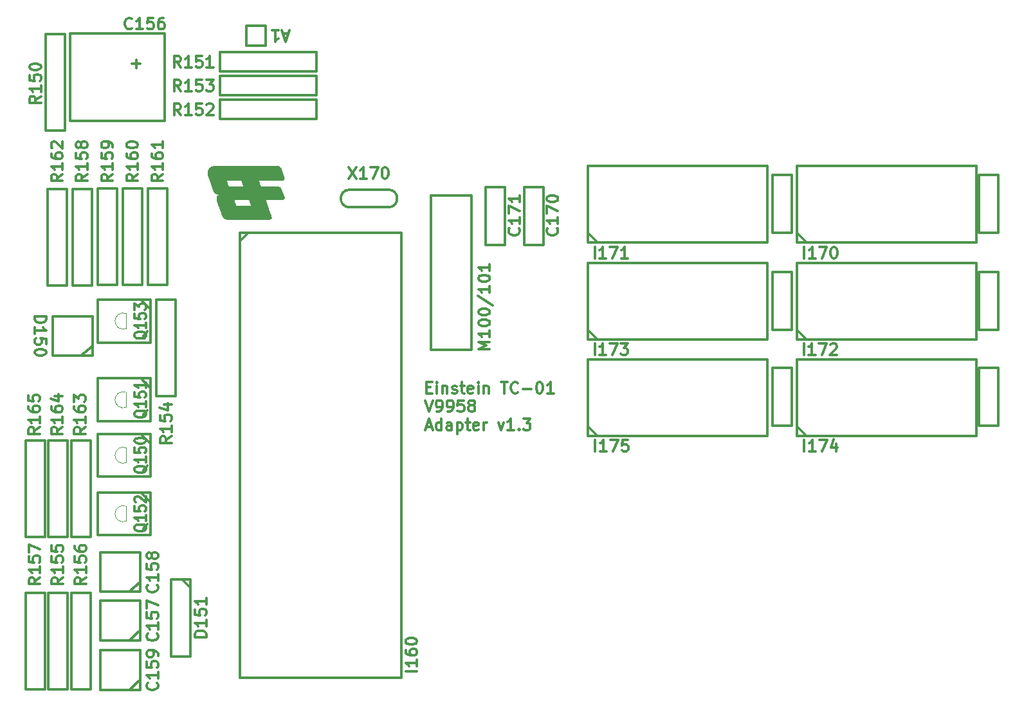
<source format=gbr>
%TF.GenerationSoftware,KiCad,Pcbnew,9.0.3*%
%TF.CreationDate,2025-12-08T23:35:03+00:00*%
%TF.ProjectId,V9958AdapterTC01,56393935-3841-4646-9170-746572544330,rev?*%
%TF.SameCoordinates,Original*%
%TF.FileFunction,Legend,Top*%
%TF.FilePolarity,Positive*%
%FSLAX46Y46*%
G04 Gerber Fmt 4.6, Leading zero omitted, Abs format (unit mm)*
G04 Created by KiCad (PCBNEW 9.0.3) date 2025-12-08 23:35:03*
%MOMM*%
%LPD*%
G01*
G04 APERTURE LIST*
%ADD10C,0.300000*%
%ADD11C,0.100000*%
%ADD12C,0.000000*%
G04 APERTURE END LIST*
D10*
X57505000Y-27410000D02*
X59995000Y-27410000D01*
X59995000Y-29990000D01*
X57505000Y-29990000D01*
X57505000Y-27410000D01*
X81204510Y-74995282D02*
X81704510Y-74995282D01*
X81918796Y-75780996D02*
X81204510Y-75780996D01*
X81204510Y-75780996D02*
X81204510Y-74280996D01*
X81204510Y-74280996D02*
X81918796Y-74280996D01*
X82561653Y-75780996D02*
X82561653Y-74780996D01*
X82561653Y-74280996D02*
X82490225Y-74352425D01*
X82490225Y-74352425D02*
X82561653Y-74423853D01*
X82561653Y-74423853D02*
X82633082Y-74352425D01*
X82633082Y-74352425D02*
X82561653Y-74280996D01*
X82561653Y-74280996D02*
X82561653Y-74423853D01*
X83275939Y-74780996D02*
X83275939Y-75780996D01*
X83275939Y-74923853D02*
X83347368Y-74852425D01*
X83347368Y-74852425D02*
X83490225Y-74780996D01*
X83490225Y-74780996D02*
X83704511Y-74780996D01*
X83704511Y-74780996D02*
X83847368Y-74852425D01*
X83847368Y-74852425D02*
X83918797Y-74995282D01*
X83918797Y-74995282D02*
X83918797Y-75780996D01*
X84561654Y-75709568D02*
X84704511Y-75780996D01*
X84704511Y-75780996D02*
X84990225Y-75780996D01*
X84990225Y-75780996D02*
X85133082Y-75709568D01*
X85133082Y-75709568D02*
X85204511Y-75566710D01*
X85204511Y-75566710D02*
X85204511Y-75495282D01*
X85204511Y-75495282D02*
X85133082Y-75352425D01*
X85133082Y-75352425D02*
X84990225Y-75280996D01*
X84990225Y-75280996D02*
X84775940Y-75280996D01*
X84775940Y-75280996D02*
X84633082Y-75209568D01*
X84633082Y-75209568D02*
X84561654Y-75066710D01*
X84561654Y-75066710D02*
X84561654Y-74995282D01*
X84561654Y-74995282D02*
X84633082Y-74852425D01*
X84633082Y-74852425D02*
X84775940Y-74780996D01*
X84775940Y-74780996D02*
X84990225Y-74780996D01*
X84990225Y-74780996D02*
X85133082Y-74852425D01*
X85633083Y-74780996D02*
X86204511Y-74780996D01*
X85847368Y-74280996D02*
X85847368Y-75566710D01*
X85847368Y-75566710D02*
X85918797Y-75709568D01*
X85918797Y-75709568D02*
X86061654Y-75780996D01*
X86061654Y-75780996D02*
X86204511Y-75780996D01*
X87275940Y-75709568D02*
X87133083Y-75780996D01*
X87133083Y-75780996D02*
X86847369Y-75780996D01*
X86847369Y-75780996D02*
X86704511Y-75709568D01*
X86704511Y-75709568D02*
X86633083Y-75566710D01*
X86633083Y-75566710D02*
X86633083Y-74995282D01*
X86633083Y-74995282D02*
X86704511Y-74852425D01*
X86704511Y-74852425D02*
X86847369Y-74780996D01*
X86847369Y-74780996D02*
X87133083Y-74780996D01*
X87133083Y-74780996D02*
X87275940Y-74852425D01*
X87275940Y-74852425D02*
X87347369Y-74995282D01*
X87347369Y-74995282D02*
X87347369Y-75138139D01*
X87347369Y-75138139D02*
X86633083Y-75280996D01*
X87990225Y-75780996D02*
X87990225Y-74780996D01*
X87990225Y-74280996D02*
X87918797Y-74352425D01*
X87918797Y-74352425D02*
X87990225Y-74423853D01*
X87990225Y-74423853D02*
X88061654Y-74352425D01*
X88061654Y-74352425D02*
X87990225Y-74280996D01*
X87990225Y-74280996D02*
X87990225Y-74423853D01*
X88704511Y-74780996D02*
X88704511Y-75780996D01*
X88704511Y-74923853D02*
X88775940Y-74852425D01*
X88775940Y-74852425D02*
X88918797Y-74780996D01*
X88918797Y-74780996D02*
X89133083Y-74780996D01*
X89133083Y-74780996D02*
X89275940Y-74852425D01*
X89275940Y-74852425D02*
X89347369Y-74995282D01*
X89347369Y-74995282D02*
X89347369Y-75780996D01*
X90990226Y-74280996D02*
X91847369Y-74280996D01*
X91418797Y-75780996D02*
X91418797Y-74280996D01*
X93204511Y-75638139D02*
X93133083Y-75709568D01*
X93133083Y-75709568D02*
X92918797Y-75780996D01*
X92918797Y-75780996D02*
X92775940Y-75780996D01*
X92775940Y-75780996D02*
X92561654Y-75709568D01*
X92561654Y-75709568D02*
X92418797Y-75566710D01*
X92418797Y-75566710D02*
X92347368Y-75423853D01*
X92347368Y-75423853D02*
X92275940Y-75138139D01*
X92275940Y-75138139D02*
X92275940Y-74923853D01*
X92275940Y-74923853D02*
X92347368Y-74638139D01*
X92347368Y-74638139D02*
X92418797Y-74495282D01*
X92418797Y-74495282D02*
X92561654Y-74352425D01*
X92561654Y-74352425D02*
X92775940Y-74280996D01*
X92775940Y-74280996D02*
X92918797Y-74280996D01*
X92918797Y-74280996D02*
X93133083Y-74352425D01*
X93133083Y-74352425D02*
X93204511Y-74423853D01*
X93847368Y-75209568D02*
X94990226Y-75209568D01*
X95990226Y-74280996D02*
X96133083Y-74280996D01*
X96133083Y-74280996D02*
X96275940Y-74352425D01*
X96275940Y-74352425D02*
X96347369Y-74423853D01*
X96347369Y-74423853D02*
X96418797Y-74566710D01*
X96418797Y-74566710D02*
X96490226Y-74852425D01*
X96490226Y-74852425D02*
X96490226Y-75209568D01*
X96490226Y-75209568D02*
X96418797Y-75495282D01*
X96418797Y-75495282D02*
X96347369Y-75638139D01*
X96347369Y-75638139D02*
X96275940Y-75709568D01*
X96275940Y-75709568D02*
X96133083Y-75780996D01*
X96133083Y-75780996D02*
X95990226Y-75780996D01*
X95990226Y-75780996D02*
X95847369Y-75709568D01*
X95847369Y-75709568D02*
X95775940Y-75638139D01*
X95775940Y-75638139D02*
X95704511Y-75495282D01*
X95704511Y-75495282D02*
X95633083Y-75209568D01*
X95633083Y-75209568D02*
X95633083Y-74852425D01*
X95633083Y-74852425D02*
X95704511Y-74566710D01*
X95704511Y-74566710D02*
X95775940Y-74423853D01*
X95775940Y-74423853D02*
X95847369Y-74352425D01*
X95847369Y-74352425D02*
X95990226Y-74280996D01*
X97918797Y-75780996D02*
X97061654Y-75780996D01*
X97490225Y-75780996D02*
X97490225Y-74280996D01*
X97490225Y-74280996D02*
X97347368Y-74495282D01*
X97347368Y-74495282D02*
X97204511Y-74638139D01*
X97204511Y-74638139D02*
X97061654Y-74709568D01*
X80990225Y-76695912D02*
X81490225Y-78195912D01*
X81490225Y-78195912D02*
X81990225Y-76695912D01*
X82561653Y-78195912D02*
X82847367Y-78195912D01*
X82847367Y-78195912D02*
X82990224Y-78124484D01*
X82990224Y-78124484D02*
X83061653Y-78053055D01*
X83061653Y-78053055D02*
X83204510Y-77838769D01*
X83204510Y-77838769D02*
X83275939Y-77553055D01*
X83275939Y-77553055D02*
X83275939Y-76981626D01*
X83275939Y-76981626D02*
X83204510Y-76838769D01*
X83204510Y-76838769D02*
X83133082Y-76767341D01*
X83133082Y-76767341D02*
X82990224Y-76695912D01*
X82990224Y-76695912D02*
X82704510Y-76695912D01*
X82704510Y-76695912D02*
X82561653Y-76767341D01*
X82561653Y-76767341D02*
X82490224Y-76838769D01*
X82490224Y-76838769D02*
X82418796Y-76981626D01*
X82418796Y-76981626D02*
X82418796Y-77338769D01*
X82418796Y-77338769D02*
X82490224Y-77481626D01*
X82490224Y-77481626D02*
X82561653Y-77553055D01*
X82561653Y-77553055D02*
X82704510Y-77624484D01*
X82704510Y-77624484D02*
X82990224Y-77624484D01*
X82990224Y-77624484D02*
X83133082Y-77553055D01*
X83133082Y-77553055D02*
X83204510Y-77481626D01*
X83204510Y-77481626D02*
X83275939Y-77338769D01*
X83990224Y-78195912D02*
X84275938Y-78195912D01*
X84275938Y-78195912D02*
X84418795Y-78124484D01*
X84418795Y-78124484D02*
X84490224Y-78053055D01*
X84490224Y-78053055D02*
X84633081Y-77838769D01*
X84633081Y-77838769D02*
X84704510Y-77553055D01*
X84704510Y-77553055D02*
X84704510Y-76981626D01*
X84704510Y-76981626D02*
X84633081Y-76838769D01*
X84633081Y-76838769D02*
X84561653Y-76767341D01*
X84561653Y-76767341D02*
X84418795Y-76695912D01*
X84418795Y-76695912D02*
X84133081Y-76695912D01*
X84133081Y-76695912D02*
X83990224Y-76767341D01*
X83990224Y-76767341D02*
X83918795Y-76838769D01*
X83918795Y-76838769D02*
X83847367Y-76981626D01*
X83847367Y-76981626D02*
X83847367Y-77338769D01*
X83847367Y-77338769D02*
X83918795Y-77481626D01*
X83918795Y-77481626D02*
X83990224Y-77553055D01*
X83990224Y-77553055D02*
X84133081Y-77624484D01*
X84133081Y-77624484D02*
X84418795Y-77624484D01*
X84418795Y-77624484D02*
X84561653Y-77553055D01*
X84561653Y-77553055D02*
X84633081Y-77481626D01*
X84633081Y-77481626D02*
X84704510Y-77338769D01*
X86061652Y-76695912D02*
X85347366Y-76695912D01*
X85347366Y-76695912D02*
X85275938Y-77410198D01*
X85275938Y-77410198D02*
X85347366Y-77338769D01*
X85347366Y-77338769D02*
X85490224Y-77267341D01*
X85490224Y-77267341D02*
X85847366Y-77267341D01*
X85847366Y-77267341D02*
X85990224Y-77338769D01*
X85990224Y-77338769D02*
X86061652Y-77410198D01*
X86061652Y-77410198D02*
X86133081Y-77553055D01*
X86133081Y-77553055D02*
X86133081Y-77910198D01*
X86133081Y-77910198D02*
X86061652Y-78053055D01*
X86061652Y-78053055D02*
X85990224Y-78124484D01*
X85990224Y-78124484D02*
X85847366Y-78195912D01*
X85847366Y-78195912D02*
X85490224Y-78195912D01*
X85490224Y-78195912D02*
X85347366Y-78124484D01*
X85347366Y-78124484D02*
X85275938Y-78053055D01*
X86990223Y-77338769D02*
X86847366Y-77267341D01*
X86847366Y-77267341D02*
X86775937Y-77195912D01*
X86775937Y-77195912D02*
X86704509Y-77053055D01*
X86704509Y-77053055D02*
X86704509Y-76981626D01*
X86704509Y-76981626D02*
X86775937Y-76838769D01*
X86775937Y-76838769D02*
X86847366Y-76767341D01*
X86847366Y-76767341D02*
X86990223Y-76695912D01*
X86990223Y-76695912D02*
X87275937Y-76695912D01*
X87275937Y-76695912D02*
X87418795Y-76767341D01*
X87418795Y-76767341D02*
X87490223Y-76838769D01*
X87490223Y-76838769D02*
X87561652Y-76981626D01*
X87561652Y-76981626D02*
X87561652Y-77053055D01*
X87561652Y-77053055D02*
X87490223Y-77195912D01*
X87490223Y-77195912D02*
X87418795Y-77267341D01*
X87418795Y-77267341D02*
X87275937Y-77338769D01*
X87275937Y-77338769D02*
X86990223Y-77338769D01*
X86990223Y-77338769D02*
X86847366Y-77410198D01*
X86847366Y-77410198D02*
X86775937Y-77481626D01*
X86775937Y-77481626D02*
X86704509Y-77624484D01*
X86704509Y-77624484D02*
X86704509Y-77910198D01*
X86704509Y-77910198D02*
X86775937Y-78053055D01*
X86775937Y-78053055D02*
X86847366Y-78124484D01*
X86847366Y-78124484D02*
X86990223Y-78195912D01*
X86990223Y-78195912D02*
X87275937Y-78195912D01*
X87275937Y-78195912D02*
X87418795Y-78124484D01*
X87418795Y-78124484D02*
X87490223Y-78053055D01*
X87490223Y-78053055D02*
X87561652Y-77910198D01*
X87561652Y-77910198D02*
X87561652Y-77624484D01*
X87561652Y-77624484D02*
X87490223Y-77481626D01*
X87490223Y-77481626D02*
X87418795Y-77410198D01*
X87418795Y-77410198D02*
X87275937Y-77338769D01*
X81133082Y-80182257D02*
X81847368Y-80182257D01*
X80990225Y-80610828D02*
X81490225Y-79110828D01*
X81490225Y-79110828D02*
X81990225Y-80610828D01*
X83133082Y-80610828D02*
X83133082Y-79110828D01*
X83133082Y-80539400D02*
X82990224Y-80610828D01*
X82990224Y-80610828D02*
X82704510Y-80610828D01*
X82704510Y-80610828D02*
X82561653Y-80539400D01*
X82561653Y-80539400D02*
X82490224Y-80467971D01*
X82490224Y-80467971D02*
X82418796Y-80325114D01*
X82418796Y-80325114D02*
X82418796Y-79896542D01*
X82418796Y-79896542D02*
X82490224Y-79753685D01*
X82490224Y-79753685D02*
X82561653Y-79682257D01*
X82561653Y-79682257D02*
X82704510Y-79610828D01*
X82704510Y-79610828D02*
X82990224Y-79610828D01*
X82990224Y-79610828D02*
X83133082Y-79682257D01*
X84490225Y-80610828D02*
X84490225Y-79825114D01*
X84490225Y-79825114D02*
X84418796Y-79682257D01*
X84418796Y-79682257D02*
X84275939Y-79610828D01*
X84275939Y-79610828D02*
X83990225Y-79610828D01*
X83990225Y-79610828D02*
X83847367Y-79682257D01*
X84490225Y-80539400D02*
X84347367Y-80610828D01*
X84347367Y-80610828D02*
X83990225Y-80610828D01*
X83990225Y-80610828D02*
X83847367Y-80539400D01*
X83847367Y-80539400D02*
X83775939Y-80396542D01*
X83775939Y-80396542D02*
X83775939Y-80253685D01*
X83775939Y-80253685D02*
X83847367Y-80110828D01*
X83847367Y-80110828D02*
X83990225Y-80039400D01*
X83990225Y-80039400D02*
X84347367Y-80039400D01*
X84347367Y-80039400D02*
X84490225Y-79967971D01*
X85204510Y-79610828D02*
X85204510Y-81110828D01*
X85204510Y-79682257D02*
X85347368Y-79610828D01*
X85347368Y-79610828D02*
X85633082Y-79610828D01*
X85633082Y-79610828D02*
X85775939Y-79682257D01*
X85775939Y-79682257D02*
X85847368Y-79753685D01*
X85847368Y-79753685D02*
X85918796Y-79896542D01*
X85918796Y-79896542D02*
X85918796Y-80325114D01*
X85918796Y-80325114D02*
X85847368Y-80467971D01*
X85847368Y-80467971D02*
X85775939Y-80539400D01*
X85775939Y-80539400D02*
X85633082Y-80610828D01*
X85633082Y-80610828D02*
X85347368Y-80610828D01*
X85347368Y-80610828D02*
X85204510Y-80539400D01*
X86347368Y-79610828D02*
X86918796Y-79610828D01*
X86561653Y-79110828D02*
X86561653Y-80396542D01*
X86561653Y-80396542D02*
X86633082Y-80539400D01*
X86633082Y-80539400D02*
X86775939Y-80610828D01*
X86775939Y-80610828D02*
X86918796Y-80610828D01*
X87990225Y-80539400D02*
X87847368Y-80610828D01*
X87847368Y-80610828D02*
X87561654Y-80610828D01*
X87561654Y-80610828D02*
X87418796Y-80539400D01*
X87418796Y-80539400D02*
X87347368Y-80396542D01*
X87347368Y-80396542D02*
X87347368Y-79825114D01*
X87347368Y-79825114D02*
X87418796Y-79682257D01*
X87418796Y-79682257D02*
X87561654Y-79610828D01*
X87561654Y-79610828D02*
X87847368Y-79610828D01*
X87847368Y-79610828D02*
X87990225Y-79682257D01*
X87990225Y-79682257D02*
X88061654Y-79825114D01*
X88061654Y-79825114D02*
X88061654Y-79967971D01*
X88061654Y-79967971D02*
X87347368Y-80110828D01*
X88704510Y-80610828D02*
X88704510Y-79610828D01*
X88704510Y-79896542D02*
X88775939Y-79753685D01*
X88775939Y-79753685D02*
X88847368Y-79682257D01*
X88847368Y-79682257D02*
X88990225Y-79610828D01*
X88990225Y-79610828D02*
X89133082Y-79610828D01*
X90633081Y-79610828D02*
X90990224Y-80610828D01*
X90990224Y-80610828D02*
X91347367Y-79610828D01*
X92704510Y-80610828D02*
X91847367Y-80610828D01*
X92275938Y-80610828D02*
X92275938Y-79110828D01*
X92275938Y-79110828D02*
X92133081Y-79325114D01*
X92133081Y-79325114D02*
X91990224Y-79467971D01*
X91990224Y-79467971D02*
X91847367Y-79539400D01*
X93347366Y-80467971D02*
X93418795Y-80539400D01*
X93418795Y-80539400D02*
X93347366Y-80610828D01*
X93347366Y-80610828D02*
X93275938Y-80539400D01*
X93275938Y-80539400D02*
X93347366Y-80467971D01*
X93347366Y-80467971D02*
X93347366Y-80610828D01*
X93918795Y-79110828D02*
X94847367Y-79110828D01*
X94847367Y-79110828D02*
X94347367Y-79682257D01*
X94347367Y-79682257D02*
X94561652Y-79682257D01*
X94561652Y-79682257D02*
X94704510Y-79753685D01*
X94704510Y-79753685D02*
X94775938Y-79825114D01*
X94775938Y-79825114D02*
X94847367Y-79967971D01*
X94847367Y-79967971D02*
X94847367Y-80325114D01*
X94847367Y-80325114D02*
X94775938Y-80467971D01*
X94775938Y-80467971D02*
X94704510Y-80539400D01*
X94704510Y-80539400D02*
X94561652Y-80610828D01*
X94561652Y-80610828D02*
X94133081Y-80610828D01*
X94133081Y-80610828D02*
X93990224Y-80539400D01*
X93990224Y-80539400D02*
X93918795Y-80467971D01*
X62966917Y-28427742D02*
X62252632Y-28427742D01*
X63109774Y-27999171D02*
X62609774Y-29499171D01*
X62609774Y-29499171D02*
X62109774Y-27999171D01*
X60824060Y-27999171D02*
X61681203Y-27999171D01*
X61252632Y-27999171D02*
X61252632Y-29499171D01*
X61252632Y-29499171D02*
X61395489Y-29284885D01*
X61395489Y-29284885D02*
X61538346Y-29142028D01*
X61538346Y-29142028D02*
X61681203Y-29070600D01*
X44416185Y-85291904D02*
X44344757Y-85415714D01*
X44344757Y-85415714D02*
X44201900Y-85539523D01*
X44201900Y-85539523D02*
X43987614Y-85725237D01*
X43987614Y-85725237D02*
X43916185Y-85849047D01*
X43916185Y-85849047D02*
X43916185Y-85972856D01*
X44273328Y-85910952D02*
X44201900Y-86034761D01*
X44201900Y-86034761D02*
X44059042Y-86158571D01*
X44059042Y-86158571D02*
X43773328Y-86220475D01*
X43773328Y-86220475D02*
X43273328Y-86220475D01*
X43273328Y-86220475D02*
X42987614Y-86158571D01*
X42987614Y-86158571D02*
X42844757Y-86034761D01*
X42844757Y-86034761D02*
X42773328Y-85910952D01*
X42773328Y-85910952D02*
X42773328Y-85663333D01*
X42773328Y-85663333D02*
X42844757Y-85539523D01*
X42844757Y-85539523D02*
X42987614Y-85415714D01*
X42987614Y-85415714D02*
X43273328Y-85353809D01*
X43273328Y-85353809D02*
X43773328Y-85353809D01*
X43773328Y-85353809D02*
X44059042Y-85415714D01*
X44059042Y-85415714D02*
X44201900Y-85539523D01*
X44201900Y-85539523D02*
X44273328Y-85663333D01*
X44273328Y-85663333D02*
X44273328Y-85910952D01*
X44273328Y-84115713D02*
X44273328Y-84858570D01*
X44273328Y-84487142D02*
X42773328Y-84487142D01*
X42773328Y-84487142D02*
X42987614Y-84610951D01*
X42987614Y-84610951D02*
X43130471Y-84734761D01*
X43130471Y-84734761D02*
X43201900Y-84858570D01*
X42773328Y-82939523D02*
X42773328Y-83558571D01*
X42773328Y-83558571D02*
X43487614Y-83620475D01*
X43487614Y-83620475D02*
X43416185Y-83558571D01*
X43416185Y-83558571D02*
X43344757Y-83434761D01*
X43344757Y-83434761D02*
X43344757Y-83125237D01*
X43344757Y-83125237D02*
X43416185Y-83001428D01*
X43416185Y-83001428D02*
X43487614Y-82939523D01*
X43487614Y-82939523D02*
X43630471Y-82877618D01*
X43630471Y-82877618D02*
X43987614Y-82877618D01*
X43987614Y-82877618D02*
X44130471Y-82939523D01*
X44130471Y-82939523D02*
X44201900Y-83001428D01*
X44201900Y-83001428D02*
X44273328Y-83125237D01*
X44273328Y-83125237D02*
X44273328Y-83434761D01*
X44273328Y-83434761D02*
X44201900Y-83558571D01*
X44201900Y-83558571D02*
X44130471Y-83620475D01*
X42773328Y-82072857D02*
X42773328Y-81949047D01*
X42773328Y-81949047D02*
X42844757Y-81825238D01*
X42844757Y-81825238D02*
X42916185Y-81763333D01*
X42916185Y-81763333D02*
X43059042Y-81701428D01*
X43059042Y-81701428D02*
X43344757Y-81639523D01*
X43344757Y-81639523D02*
X43701900Y-81639523D01*
X43701900Y-81639523D02*
X43987614Y-81701428D01*
X43987614Y-81701428D02*
X44130471Y-81763333D01*
X44130471Y-81763333D02*
X44201900Y-81825238D01*
X44201900Y-81825238D02*
X44273328Y-81949047D01*
X44273328Y-81949047D02*
X44273328Y-82072857D01*
X44273328Y-82072857D02*
X44201900Y-82196666D01*
X44201900Y-82196666D02*
X44130471Y-82258571D01*
X44130471Y-82258571D02*
X43987614Y-82320476D01*
X43987614Y-82320476D02*
X43701900Y-82382380D01*
X43701900Y-82382380D02*
X43344757Y-82382380D01*
X43344757Y-82382380D02*
X43059042Y-82320476D01*
X43059042Y-82320476D02*
X42916185Y-82258571D01*
X42916185Y-82258571D02*
X42844757Y-82196666D01*
X42844757Y-82196666D02*
X42773328Y-82072857D01*
X43178328Y-46918570D02*
X42464042Y-47418570D01*
X43178328Y-47775713D02*
X41678328Y-47775713D01*
X41678328Y-47775713D02*
X41678328Y-47204284D01*
X41678328Y-47204284D02*
X41749757Y-47061427D01*
X41749757Y-47061427D02*
X41821185Y-46989998D01*
X41821185Y-46989998D02*
X41964042Y-46918570D01*
X41964042Y-46918570D02*
X42178328Y-46918570D01*
X42178328Y-46918570D02*
X42321185Y-46989998D01*
X42321185Y-46989998D02*
X42392614Y-47061427D01*
X42392614Y-47061427D02*
X42464042Y-47204284D01*
X42464042Y-47204284D02*
X42464042Y-47775713D01*
X43178328Y-45489998D02*
X43178328Y-46347141D01*
X43178328Y-45918570D02*
X41678328Y-45918570D01*
X41678328Y-45918570D02*
X41892614Y-46061427D01*
X41892614Y-46061427D02*
X42035471Y-46204284D01*
X42035471Y-46204284D02*
X42106900Y-46347141D01*
X41678328Y-44204285D02*
X41678328Y-44489999D01*
X41678328Y-44489999D02*
X41749757Y-44632856D01*
X41749757Y-44632856D02*
X41821185Y-44704285D01*
X41821185Y-44704285D02*
X42035471Y-44847142D01*
X42035471Y-44847142D02*
X42321185Y-44918570D01*
X42321185Y-44918570D02*
X42892614Y-44918570D01*
X42892614Y-44918570D02*
X43035471Y-44847142D01*
X43035471Y-44847142D02*
X43106900Y-44775713D01*
X43106900Y-44775713D02*
X43178328Y-44632856D01*
X43178328Y-44632856D02*
X43178328Y-44347142D01*
X43178328Y-44347142D02*
X43106900Y-44204285D01*
X43106900Y-44204285D02*
X43035471Y-44132856D01*
X43035471Y-44132856D02*
X42892614Y-44061427D01*
X42892614Y-44061427D02*
X42535471Y-44061427D01*
X42535471Y-44061427D02*
X42392614Y-44132856D01*
X42392614Y-44132856D02*
X42321185Y-44204285D01*
X42321185Y-44204285D02*
X42249757Y-44347142D01*
X42249757Y-44347142D02*
X42249757Y-44632856D01*
X42249757Y-44632856D02*
X42321185Y-44775713D01*
X42321185Y-44775713D02*
X42392614Y-44847142D01*
X42392614Y-44847142D02*
X42535471Y-44918570D01*
X41678328Y-43132856D02*
X41678328Y-42989999D01*
X41678328Y-42989999D02*
X41749757Y-42847142D01*
X41749757Y-42847142D02*
X41821185Y-42775714D01*
X41821185Y-42775714D02*
X41964042Y-42704285D01*
X41964042Y-42704285D02*
X42249757Y-42632856D01*
X42249757Y-42632856D02*
X42606900Y-42632856D01*
X42606900Y-42632856D02*
X42892614Y-42704285D01*
X42892614Y-42704285D02*
X43035471Y-42775714D01*
X43035471Y-42775714D02*
X43106900Y-42847142D01*
X43106900Y-42847142D02*
X43178328Y-42989999D01*
X43178328Y-42989999D02*
X43178328Y-43132856D01*
X43178328Y-43132856D02*
X43106900Y-43275714D01*
X43106900Y-43275714D02*
X43035471Y-43347142D01*
X43035471Y-43347142D02*
X42892614Y-43418571D01*
X42892614Y-43418571D02*
X42606900Y-43489999D01*
X42606900Y-43489999D02*
X42249757Y-43489999D01*
X42249757Y-43489999D02*
X41964042Y-43418571D01*
X41964042Y-43418571D02*
X41821185Y-43347142D01*
X41821185Y-43347142D02*
X41749757Y-43275714D01*
X41749757Y-43275714D02*
X41678328Y-43132856D01*
X45695471Y-113908570D02*
X45766900Y-113979998D01*
X45766900Y-113979998D02*
X45838328Y-114194284D01*
X45838328Y-114194284D02*
X45838328Y-114337141D01*
X45838328Y-114337141D02*
X45766900Y-114551427D01*
X45766900Y-114551427D02*
X45624042Y-114694284D01*
X45624042Y-114694284D02*
X45481185Y-114765713D01*
X45481185Y-114765713D02*
X45195471Y-114837141D01*
X45195471Y-114837141D02*
X44981185Y-114837141D01*
X44981185Y-114837141D02*
X44695471Y-114765713D01*
X44695471Y-114765713D02*
X44552614Y-114694284D01*
X44552614Y-114694284D02*
X44409757Y-114551427D01*
X44409757Y-114551427D02*
X44338328Y-114337141D01*
X44338328Y-114337141D02*
X44338328Y-114194284D01*
X44338328Y-114194284D02*
X44409757Y-113979998D01*
X44409757Y-113979998D02*
X44481185Y-113908570D01*
X45838328Y-112479998D02*
X45838328Y-113337141D01*
X45838328Y-112908570D02*
X44338328Y-112908570D01*
X44338328Y-112908570D02*
X44552614Y-113051427D01*
X44552614Y-113051427D02*
X44695471Y-113194284D01*
X44695471Y-113194284D02*
X44766900Y-113337141D01*
X44338328Y-111122856D02*
X44338328Y-111837142D01*
X44338328Y-111837142D02*
X45052614Y-111908570D01*
X45052614Y-111908570D02*
X44981185Y-111837142D01*
X44981185Y-111837142D02*
X44909757Y-111694285D01*
X44909757Y-111694285D02*
X44909757Y-111337142D01*
X44909757Y-111337142D02*
X44981185Y-111194285D01*
X44981185Y-111194285D02*
X45052614Y-111122856D01*
X45052614Y-111122856D02*
X45195471Y-111051427D01*
X45195471Y-111051427D02*
X45552614Y-111051427D01*
X45552614Y-111051427D02*
X45695471Y-111122856D01*
X45695471Y-111122856D02*
X45766900Y-111194285D01*
X45766900Y-111194285D02*
X45838328Y-111337142D01*
X45838328Y-111337142D02*
X45838328Y-111694285D01*
X45838328Y-111694285D02*
X45766900Y-111837142D01*
X45766900Y-111837142D02*
X45695471Y-111908570D01*
X45838328Y-110337142D02*
X45838328Y-110051428D01*
X45838328Y-110051428D02*
X45766900Y-109908571D01*
X45766900Y-109908571D02*
X45695471Y-109837142D01*
X45695471Y-109837142D02*
X45481185Y-109694285D01*
X45481185Y-109694285D02*
X45195471Y-109622856D01*
X45195471Y-109622856D02*
X44624042Y-109622856D01*
X44624042Y-109622856D02*
X44481185Y-109694285D01*
X44481185Y-109694285D02*
X44409757Y-109765714D01*
X44409757Y-109765714D02*
X44338328Y-109908571D01*
X44338328Y-109908571D02*
X44338328Y-110194285D01*
X44338328Y-110194285D02*
X44409757Y-110337142D01*
X44409757Y-110337142D02*
X44481185Y-110408571D01*
X44481185Y-110408571D02*
X44624042Y-110479999D01*
X44624042Y-110479999D02*
X44981185Y-110479999D01*
X44981185Y-110479999D02*
X45124042Y-110408571D01*
X45124042Y-110408571D02*
X45195471Y-110337142D01*
X45195471Y-110337142D02*
X45266900Y-110194285D01*
X45266900Y-110194285D02*
X45266900Y-109908571D01*
X45266900Y-109908571D02*
X45195471Y-109765714D01*
X45195471Y-109765714D02*
X45124042Y-109694285D01*
X45124042Y-109694285D02*
X44981185Y-109622856D01*
X33278328Y-80248570D02*
X32564042Y-80748570D01*
X33278328Y-81105713D02*
X31778328Y-81105713D01*
X31778328Y-81105713D02*
X31778328Y-80534284D01*
X31778328Y-80534284D02*
X31849757Y-80391427D01*
X31849757Y-80391427D02*
X31921185Y-80319998D01*
X31921185Y-80319998D02*
X32064042Y-80248570D01*
X32064042Y-80248570D02*
X32278328Y-80248570D01*
X32278328Y-80248570D02*
X32421185Y-80319998D01*
X32421185Y-80319998D02*
X32492614Y-80391427D01*
X32492614Y-80391427D02*
X32564042Y-80534284D01*
X32564042Y-80534284D02*
X32564042Y-81105713D01*
X33278328Y-78819998D02*
X33278328Y-79677141D01*
X33278328Y-79248570D02*
X31778328Y-79248570D01*
X31778328Y-79248570D02*
X31992614Y-79391427D01*
X31992614Y-79391427D02*
X32135471Y-79534284D01*
X32135471Y-79534284D02*
X32206900Y-79677141D01*
X31778328Y-77534285D02*
X31778328Y-77819999D01*
X31778328Y-77819999D02*
X31849757Y-77962856D01*
X31849757Y-77962856D02*
X31921185Y-78034285D01*
X31921185Y-78034285D02*
X32135471Y-78177142D01*
X32135471Y-78177142D02*
X32421185Y-78248570D01*
X32421185Y-78248570D02*
X32992614Y-78248570D01*
X32992614Y-78248570D02*
X33135471Y-78177142D01*
X33135471Y-78177142D02*
X33206900Y-78105713D01*
X33206900Y-78105713D02*
X33278328Y-77962856D01*
X33278328Y-77962856D02*
X33278328Y-77677142D01*
X33278328Y-77677142D02*
X33206900Y-77534285D01*
X33206900Y-77534285D02*
X33135471Y-77462856D01*
X33135471Y-77462856D02*
X32992614Y-77391427D01*
X32992614Y-77391427D02*
X32635471Y-77391427D01*
X32635471Y-77391427D02*
X32492614Y-77462856D01*
X32492614Y-77462856D02*
X32421185Y-77534285D01*
X32421185Y-77534285D02*
X32349757Y-77677142D01*
X32349757Y-77677142D02*
X32349757Y-77962856D01*
X32349757Y-77962856D02*
X32421185Y-78105713D01*
X32421185Y-78105713D02*
X32492614Y-78177142D01*
X32492614Y-78177142D02*
X32635471Y-78248570D01*
X32278328Y-76105714D02*
X33278328Y-76105714D01*
X31706900Y-76462856D02*
X32778328Y-76819999D01*
X32778328Y-76819999D02*
X32778328Y-75891428D01*
X48821429Y-35993328D02*
X48321429Y-35279042D01*
X47964286Y-35993328D02*
X47964286Y-34493328D01*
X47964286Y-34493328D02*
X48535715Y-34493328D01*
X48535715Y-34493328D02*
X48678572Y-34564757D01*
X48678572Y-34564757D02*
X48750001Y-34636185D01*
X48750001Y-34636185D02*
X48821429Y-34779042D01*
X48821429Y-34779042D02*
X48821429Y-34993328D01*
X48821429Y-34993328D02*
X48750001Y-35136185D01*
X48750001Y-35136185D02*
X48678572Y-35207614D01*
X48678572Y-35207614D02*
X48535715Y-35279042D01*
X48535715Y-35279042D02*
X47964286Y-35279042D01*
X50250001Y-35993328D02*
X49392858Y-35993328D01*
X49821429Y-35993328D02*
X49821429Y-34493328D01*
X49821429Y-34493328D02*
X49678572Y-34707614D01*
X49678572Y-34707614D02*
X49535715Y-34850471D01*
X49535715Y-34850471D02*
X49392858Y-34921900D01*
X51607143Y-34493328D02*
X50892857Y-34493328D01*
X50892857Y-34493328D02*
X50821429Y-35207614D01*
X50821429Y-35207614D02*
X50892857Y-35136185D01*
X50892857Y-35136185D02*
X51035715Y-35064757D01*
X51035715Y-35064757D02*
X51392857Y-35064757D01*
X51392857Y-35064757D02*
X51535715Y-35136185D01*
X51535715Y-35136185D02*
X51607143Y-35207614D01*
X51607143Y-35207614D02*
X51678572Y-35350471D01*
X51678572Y-35350471D02*
X51678572Y-35707614D01*
X51678572Y-35707614D02*
X51607143Y-35850471D01*
X51607143Y-35850471D02*
X51535715Y-35921900D01*
X51535715Y-35921900D02*
X51392857Y-35993328D01*
X51392857Y-35993328D02*
X51035715Y-35993328D01*
X51035715Y-35993328D02*
X50892857Y-35921900D01*
X50892857Y-35921900D02*
X50821429Y-35850471D01*
X52178571Y-34493328D02*
X53107143Y-34493328D01*
X53107143Y-34493328D02*
X52607143Y-35064757D01*
X52607143Y-35064757D02*
X52821428Y-35064757D01*
X52821428Y-35064757D02*
X52964286Y-35136185D01*
X52964286Y-35136185D02*
X53035714Y-35207614D01*
X53035714Y-35207614D02*
X53107143Y-35350471D01*
X53107143Y-35350471D02*
X53107143Y-35707614D01*
X53107143Y-35707614D02*
X53035714Y-35850471D01*
X53035714Y-35850471D02*
X52964286Y-35921900D01*
X52964286Y-35921900D02*
X52821428Y-35993328D01*
X52821428Y-35993328D02*
X52392857Y-35993328D01*
X52392857Y-35993328D02*
X52250000Y-35921900D01*
X52250000Y-35921900D02*
X52178571Y-35850471D01*
X130877143Y-58008328D02*
X130877143Y-56508328D01*
X132377144Y-58008328D02*
X131520001Y-58008328D01*
X131948572Y-58008328D02*
X131948572Y-56508328D01*
X131948572Y-56508328D02*
X131805715Y-56722614D01*
X131805715Y-56722614D02*
X131662858Y-56865471D01*
X131662858Y-56865471D02*
X131520001Y-56936900D01*
X132877143Y-56508328D02*
X133877143Y-56508328D01*
X133877143Y-56508328D02*
X133234286Y-58008328D01*
X134734286Y-56508328D02*
X134877143Y-56508328D01*
X134877143Y-56508328D02*
X135020000Y-56579757D01*
X135020000Y-56579757D02*
X135091429Y-56651185D01*
X135091429Y-56651185D02*
X135162857Y-56794042D01*
X135162857Y-56794042D02*
X135234286Y-57079757D01*
X135234286Y-57079757D02*
X135234286Y-57436900D01*
X135234286Y-57436900D02*
X135162857Y-57722614D01*
X135162857Y-57722614D02*
X135091429Y-57865471D01*
X135091429Y-57865471D02*
X135020000Y-57936900D01*
X135020000Y-57936900D02*
X134877143Y-58008328D01*
X134877143Y-58008328D02*
X134734286Y-58008328D01*
X134734286Y-58008328D02*
X134591429Y-57936900D01*
X134591429Y-57936900D02*
X134520000Y-57865471D01*
X134520000Y-57865471D02*
X134448571Y-57722614D01*
X134448571Y-57722614D02*
X134377143Y-57436900D01*
X134377143Y-57436900D02*
X134377143Y-57079757D01*
X134377143Y-57079757D02*
X134448571Y-56794042D01*
X134448571Y-56794042D02*
X134520000Y-56651185D01*
X134520000Y-56651185D02*
X134591429Y-56579757D01*
X134591429Y-56579757D02*
X134734286Y-56508328D01*
X44416185Y-67631904D02*
X44344757Y-67755714D01*
X44344757Y-67755714D02*
X44201900Y-67879523D01*
X44201900Y-67879523D02*
X43987614Y-68065237D01*
X43987614Y-68065237D02*
X43916185Y-68189047D01*
X43916185Y-68189047D02*
X43916185Y-68312856D01*
X44273328Y-68250952D02*
X44201900Y-68374761D01*
X44201900Y-68374761D02*
X44059042Y-68498571D01*
X44059042Y-68498571D02*
X43773328Y-68560475D01*
X43773328Y-68560475D02*
X43273328Y-68560475D01*
X43273328Y-68560475D02*
X42987614Y-68498571D01*
X42987614Y-68498571D02*
X42844757Y-68374761D01*
X42844757Y-68374761D02*
X42773328Y-68250952D01*
X42773328Y-68250952D02*
X42773328Y-68003333D01*
X42773328Y-68003333D02*
X42844757Y-67879523D01*
X42844757Y-67879523D02*
X42987614Y-67755714D01*
X42987614Y-67755714D02*
X43273328Y-67693809D01*
X43273328Y-67693809D02*
X43773328Y-67693809D01*
X43773328Y-67693809D02*
X44059042Y-67755714D01*
X44059042Y-67755714D02*
X44201900Y-67879523D01*
X44201900Y-67879523D02*
X44273328Y-68003333D01*
X44273328Y-68003333D02*
X44273328Y-68250952D01*
X44273328Y-66455713D02*
X44273328Y-67198570D01*
X44273328Y-66827142D02*
X42773328Y-66827142D01*
X42773328Y-66827142D02*
X42987614Y-66950951D01*
X42987614Y-66950951D02*
X43130471Y-67074761D01*
X43130471Y-67074761D02*
X43201900Y-67198570D01*
X42773328Y-65279523D02*
X42773328Y-65898571D01*
X42773328Y-65898571D02*
X43487614Y-65960475D01*
X43487614Y-65960475D02*
X43416185Y-65898571D01*
X43416185Y-65898571D02*
X43344757Y-65774761D01*
X43344757Y-65774761D02*
X43344757Y-65465237D01*
X43344757Y-65465237D02*
X43416185Y-65341428D01*
X43416185Y-65341428D02*
X43487614Y-65279523D01*
X43487614Y-65279523D02*
X43630471Y-65217618D01*
X43630471Y-65217618D02*
X43987614Y-65217618D01*
X43987614Y-65217618D02*
X44130471Y-65279523D01*
X44130471Y-65279523D02*
X44201900Y-65341428D01*
X44201900Y-65341428D02*
X44273328Y-65465237D01*
X44273328Y-65465237D02*
X44273328Y-65774761D01*
X44273328Y-65774761D02*
X44201900Y-65898571D01*
X44201900Y-65898571D02*
X44130471Y-65960475D01*
X42773328Y-64784285D02*
X42773328Y-63979523D01*
X42773328Y-63979523D02*
X43344757Y-64412857D01*
X43344757Y-64412857D02*
X43344757Y-64227142D01*
X43344757Y-64227142D02*
X43416185Y-64103333D01*
X43416185Y-64103333D02*
X43487614Y-64041428D01*
X43487614Y-64041428D02*
X43630471Y-63979523D01*
X43630471Y-63979523D02*
X43987614Y-63979523D01*
X43987614Y-63979523D02*
X44130471Y-64041428D01*
X44130471Y-64041428D02*
X44201900Y-64103333D01*
X44201900Y-64103333D02*
X44273328Y-64227142D01*
X44273328Y-64227142D02*
X44273328Y-64598571D01*
X44273328Y-64598571D02*
X44201900Y-64722380D01*
X44201900Y-64722380D02*
X44130471Y-64784285D01*
X30258328Y-80248570D02*
X29544042Y-80748570D01*
X30258328Y-81105713D02*
X28758328Y-81105713D01*
X28758328Y-81105713D02*
X28758328Y-80534284D01*
X28758328Y-80534284D02*
X28829757Y-80391427D01*
X28829757Y-80391427D02*
X28901185Y-80319998D01*
X28901185Y-80319998D02*
X29044042Y-80248570D01*
X29044042Y-80248570D02*
X29258328Y-80248570D01*
X29258328Y-80248570D02*
X29401185Y-80319998D01*
X29401185Y-80319998D02*
X29472614Y-80391427D01*
X29472614Y-80391427D02*
X29544042Y-80534284D01*
X29544042Y-80534284D02*
X29544042Y-81105713D01*
X30258328Y-78819998D02*
X30258328Y-79677141D01*
X30258328Y-79248570D02*
X28758328Y-79248570D01*
X28758328Y-79248570D02*
X28972614Y-79391427D01*
X28972614Y-79391427D02*
X29115471Y-79534284D01*
X29115471Y-79534284D02*
X29186900Y-79677141D01*
X28758328Y-77534285D02*
X28758328Y-77819999D01*
X28758328Y-77819999D02*
X28829757Y-77962856D01*
X28829757Y-77962856D02*
X28901185Y-78034285D01*
X28901185Y-78034285D02*
X29115471Y-78177142D01*
X29115471Y-78177142D02*
X29401185Y-78248570D01*
X29401185Y-78248570D02*
X29972614Y-78248570D01*
X29972614Y-78248570D02*
X30115471Y-78177142D01*
X30115471Y-78177142D02*
X30186900Y-78105713D01*
X30186900Y-78105713D02*
X30258328Y-77962856D01*
X30258328Y-77962856D02*
X30258328Y-77677142D01*
X30258328Y-77677142D02*
X30186900Y-77534285D01*
X30186900Y-77534285D02*
X30115471Y-77462856D01*
X30115471Y-77462856D02*
X29972614Y-77391427D01*
X29972614Y-77391427D02*
X29615471Y-77391427D01*
X29615471Y-77391427D02*
X29472614Y-77462856D01*
X29472614Y-77462856D02*
X29401185Y-77534285D01*
X29401185Y-77534285D02*
X29329757Y-77677142D01*
X29329757Y-77677142D02*
X29329757Y-77962856D01*
X29329757Y-77962856D02*
X29401185Y-78105713D01*
X29401185Y-78105713D02*
X29472614Y-78177142D01*
X29472614Y-78177142D02*
X29615471Y-78248570D01*
X28758328Y-76034285D02*
X28758328Y-76748571D01*
X28758328Y-76748571D02*
X29472614Y-76819999D01*
X29472614Y-76819999D02*
X29401185Y-76748571D01*
X29401185Y-76748571D02*
X29329757Y-76605714D01*
X29329757Y-76605714D02*
X29329757Y-76248571D01*
X29329757Y-76248571D02*
X29401185Y-76105714D01*
X29401185Y-76105714D02*
X29472614Y-76034285D01*
X29472614Y-76034285D02*
X29615471Y-75962856D01*
X29615471Y-75962856D02*
X29972614Y-75962856D01*
X29972614Y-75962856D02*
X30115471Y-76034285D01*
X30115471Y-76034285D02*
X30186900Y-76105714D01*
X30186900Y-76105714D02*
X30258328Y-76248571D01*
X30258328Y-76248571D02*
X30258328Y-76605714D01*
X30258328Y-76605714D02*
X30186900Y-76748571D01*
X30186900Y-76748571D02*
X30115471Y-76819999D01*
X45695471Y-107408570D02*
X45766900Y-107479998D01*
X45766900Y-107479998D02*
X45838328Y-107694284D01*
X45838328Y-107694284D02*
X45838328Y-107837141D01*
X45838328Y-107837141D02*
X45766900Y-108051427D01*
X45766900Y-108051427D02*
X45624042Y-108194284D01*
X45624042Y-108194284D02*
X45481185Y-108265713D01*
X45481185Y-108265713D02*
X45195471Y-108337141D01*
X45195471Y-108337141D02*
X44981185Y-108337141D01*
X44981185Y-108337141D02*
X44695471Y-108265713D01*
X44695471Y-108265713D02*
X44552614Y-108194284D01*
X44552614Y-108194284D02*
X44409757Y-108051427D01*
X44409757Y-108051427D02*
X44338328Y-107837141D01*
X44338328Y-107837141D02*
X44338328Y-107694284D01*
X44338328Y-107694284D02*
X44409757Y-107479998D01*
X44409757Y-107479998D02*
X44481185Y-107408570D01*
X45838328Y-105979998D02*
X45838328Y-106837141D01*
X45838328Y-106408570D02*
X44338328Y-106408570D01*
X44338328Y-106408570D02*
X44552614Y-106551427D01*
X44552614Y-106551427D02*
X44695471Y-106694284D01*
X44695471Y-106694284D02*
X44766900Y-106837141D01*
X44338328Y-104622856D02*
X44338328Y-105337142D01*
X44338328Y-105337142D02*
X45052614Y-105408570D01*
X45052614Y-105408570D02*
X44981185Y-105337142D01*
X44981185Y-105337142D02*
X44909757Y-105194285D01*
X44909757Y-105194285D02*
X44909757Y-104837142D01*
X44909757Y-104837142D02*
X44981185Y-104694285D01*
X44981185Y-104694285D02*
X45052614Y-104622856D01*
X45052614Y-104622856D02*
X45195471Y-104551427D01*
X45195471Y-104551427D02*
X45552614Y-104551427D01*
X45552614Y-104551427D02*
X45695471Y-104622856D01*
X45695471Y-104622856D02*
X45766900Y-104694285D01*
X45766900Y-104694285D02*
X45838328Y-104837142D01*
X45838328Y-104837142D02*
X45838328Y-105194285D01*
X45838328Y-105194285D02*
X45766900Y-105337142D01*
X45766900Y-105337142D02*
X45695471Y-105408570D01*
X44338328Y-104051428D02*
X44338328Y-103051428D01*
X44338328Y-103051428D02*
X45838328Y-103694285D01*
X36538328Y-46918570D02*
X35824042Y-47418570D01*
X36538328Y-47775713D02*
X35038328Y-47775713D01*
X35038328Y-47775713D02*
X35038328Y-47204284D01*
X35038328Y-47204284D02*
X35109757Y-47061427D01*
X35109757Y-47061427D02*
X35181185Y-46989998D01*
X35181185Y-46989998D02*
X35324042Y-46918570D01*
X35324042Y-46918570D02*
X35538328Y-46918570D01*
X35538328Y-46918570D02*
X35681185Y-46989998D01*
X35681185Y-46989998D02*
X35752614Y-47061427D01*
X35752614Y-47061427D02*
X35824042Y-47204284D01*
X35824042Y-47204284D02*
X35824042Y-47775713D01*
X36538328Y-45489998D02*
X36538328Y-46347141D01*
X36538328Y-45918570D02*
X35038328Y-45918570D01*
X35038328Y-45918570D02*
X35252614Y-46061427D01*
X35252614Y-46061427D02*
X35395471Y-46204284D01*
X35395471Y-46204284D02*
X35466900Y-46347141D01*
X35038328Y-44132856D02*
X35038328Y-44847142D01*
X35038328Y-44847142D02*
X35752614Y-44918570D01*
X35752614Y-44918570D02*
X35681185Y-44847142D01*
X35681185Y-44847142D02*
X35609757Y-44704285D01*
X35609757Y-44704285D02*
X35609757Y-44347142D01*
X35609757Y-44347142D02*
X35681185Y-44204285D01*
X35681185Y-44204285D02*
X35752614Y-44132856D01*
X35752614Y-44132856D02*
X35895471Y-44061427D01*
X35895471Y-44061427D02*
X36252614Y-44061427D01*
X36252614Y-44061427D02*
X36395471Y-44132856D01*
X36395471Y-44132856D02*
X36466900Y-44204285D01*
X36466900Y-44204285D02*
X36538328Y-44347142D01*
X36538328Y-44347142D02*
X36538328Y-44704285D01*
X36538328Y-44704285D02*
X36466900Y-44847142D01*
X36466900Y-44847142D02*
X36395471Y-44918570D01*
X35681185Y-43204285D02*
X35609757Y-43347142D01*
X35609757Y-43347142D02*
X35538328Y-43418571D01*
X35538328Y-43418571D02*
X35395471Y-43489999D01*
X35395471Y-43489999D02*
X35324042Y-43489999D01*
X35324042Y-43489999D02*
X35181185Y-43418571D01*
X35181185Y-43418571D02*
X35109757Y-43347142D01*
X35109757Y-43347142D02*
X35038328Y-43204285D01*
X35038328Y-43204285D02*
X35038328Y-42918571D01*
X35038328Y-42918571D02*
X35109757Y-42775714D01*
X35109757Y-42775714D02*
X35181185Y-42704285D01*
X35181185Y-42704285D02*
X35324042Y-42632856D01*
X35324042Y-42632856D02*
X35395471Y-42632856D01*
X35395471Y-42632856D02*
X35538328Y-42704285D01*
X35538328Y-42704285D02*
X35609757Y-42775714D01*
X35609757Y-42775714D02*
X35681185Y-42918571D01*
X35681185Y-42918571D02*
X35681185Y-43204285D01*
X35681185Y-43204285D02*
X35752614Y-43347142D01*
X35752614Y-43347142D02*
X35824042Y-43418571D01*
X35824042Y-43418571D02*
X35966900Y-43489999D01*
X35966900Y-43489999D02*
X36252614Y-43489999D01*
X36252614Y-43489999D02*
X36395471Y-43418571D01*
X36395471Y-43418571D02*
X36466900Y-43347142D01*
X36466900Y-43347142D02*
X36538328Y-43204285D01*
X36538328Y-43204285D02*
X36538328Y-42918571D01*
X36538328Y-42918571D02*
X36466900Y-42775714D01*
X36466900Y-42775714D02*
X36395471Y-42704285D01*
X36395471Y-42704285D02*
X36252614Y-42632856D01*
X36252614Y-42632856D02*
X35966900Y-42632856D01*
X35966900Y-42632856D02*
X35824042Y-42704285D01*
X35824042Y-42704285D02*
X35752614Y-42775714D01*
X35752614Y-42775714D02*
X35681185Y-42918571D01*
X103327143Y-58008328D02*
X103327143Y-56508328D01*
X104827144Y-58008328D02*
X103970001Y-58008328D01*
X104398572Y-58008328D02*
X104398572Y-56508328D01*
X104398572Y-56508328D02*
X104255715Y-56722614D01*
X104255715Y-56722614D02*
X104112858Y-56865471D01*
X104112858Y-56865471D02*
X103970001Y-56936900D01*
X105327143Y-56508328D02*
X106327143Y-56508328D01*
X106327143Y-56508328D02*
X105684286Y-58008328D01*
X107684286Y-58008328D02*
X106827143Y-58008328D01*
X107255714Y-58008328D02*
X107255714Y-56508328D01*
X107255714Y-56508328D02*
X107112857Y-56722614D01*
X107112857Y-56722614D02*
X106970000Y-56865471D01*
X106970000Y-56865471D02*
X106827143Y-56936900D01*
X103327143Y-70728328D02*
X103327143Y-69228328D01*
X104827144Y-70728328D02*
X103970001Y-70728328D01*
X104398572Y-70728328D02*
X104398572Y-69228328D01*
X104398572Y-69228328D02*
X104255715Y-69442614D01*
X104255715Y-69442614D02*
X104112858Y-69585471D01*
X104112858Y-69585471D02*
X103970001Y-69656900D01*
X105327143Y-69228328D02*
X106327143Y-69228328D01*
X106327143Y-69228328D02*
X105684286Y-70728328D01*
X106755714Y-69228328D02*
X107684286Y-69228328D01*
X107684286Y-69228328D02*
X107184286Y-69799757D01*
X107184286Y-69799757D02*
X107398571Y-69799757D01*
X107398571Y-69799757D02*
X107541429Y-69871185D01*
X107541429Y-69871185D02*
X107612857Y-69942614D01*
X107612857Y-69942614D02*
X107684286Y-70085471D01*
X107684286Y-70085471D02*
X107684286Y-70442614D01*
X107684286Y-70442614D02*
X107612857Y-70585471D01*
X107612857Y-70585471D02*
X107541429Y-70656900D01*
X107541429Y-70656900D02*
X107398571Y-70728328D01*
X107398571Y-70728328D02*
X106970000Y-70728328D01*
X106970000Y-70728328D02*
X106827143Y-70656900D01*
X106827143Y-70656900D02*
X106755714Y-70585471D01*
X30418328Y-36648570D02*
X29704042Y-37148570D01*
X30418328Y-37505713D02*
X28918328Y-37505713D01*
X28918328Y-37505713D02*
X28918328Y-36934284D01*
X28918328Y-36934284D02*
X28989757Y-36791427D01*
X28989757Y-36791427D02*
X29061185Y-36719998D01*
X29061185Y-36719998D02*
X29204042Y-36648570D01*
X29204042Y-36648570D02*
X29418328Y-36648570D01*
X29418328Y-36648570D02*
X29561185Y-36719998D01*
X29561185Y-36719998D02*
X29632614Y-36791427D01*
X29632614Y-36791427D02*
X29704042Y-36934284D01*
X29704042Y-36934284D02*
X29704042Y-37505713D01*
X30418328Y-35219998D02*
X30418328Y-36077141D01*
X30418328Y-35648570D02*
X28918328Y-35648570D01*
X28918328Y-35648570D02*
X29132614Y-35791427D01*
X29132614Y-35791427D02*
X29275471Y-35934284D01*
X29275471Y-35934284D02*
X29346900Y-36077141D01*
X28918328Y-33862856D02*
X28918328Y-34577142D01*
X28918328Y-34577142D02*
X29632614Y-34648570D01*
X29632614Y-34648570D02*
X29561185Y-34577142D01*
X29561185Y-34577142D02*
X29489757Y-34434285D01*
X29489757Y-34434285D02*
X29489757Y-34077142D01*
X29489757Y-34077142D02*
X29561185Y-33934285D01*
X29561185Y-33934285D02*
X29632614Y-33862856D01*
X29632614Y-33862856D02*
X29775471Y-33791427D01*
X29775471Y-33791427D02*
X30132614Y-33791427D01*
X30132614Y-33791427D02*
X30275471Y-33862856D01*
X30275471Y-33862856D02*
X30346900Y-33934285D01*
X30346900Y-33934285D02*
X30418328Y-34077142D01*
X30418328Y-34077142D02*
X30418328Y-34434285D01*
X30418328Y-34434285D02*
X30346900Y-34577142D01*
X30346900Y-34577142D02*
X30275471Y-34648570D01*
X28918328Y-32862856D02*
X28918328Y-32719999D01*
X28918328Y-32719999D02*
X28989757Y-32577142D01*
X28989757Y-32577142D02*
X29061185Y-32505714D01*
X29061185Y-32505714D02*
X29204042Y-32434285D01*
X29204042Y-32434285D02*
X29489757Y-32362856D01*
X29489757Y-32362856D02*
X29846900Y-32362856D01*
X29846900Y-32362856D02*
X30132614Y-32434285D01*
X30132614Y-32434285D02*
X30275471Y-32505714D01*
X30275471Y-32505714D02*
X30346900Y-32577142D01*
X30346900Y-32577142D02*
X30418328Y-32719999D01*
X30418328Y-32719999D02*
X30418328Y-32862856D01*
X30418328Y-32862856D02*
X30346900Y-33005714D01*
X30346900Y-33005714D02*
X30275471Y-33077142D01*
X30275471Y-33077142D02*
X30132614Y-33148571D01*
X30132614Y-33148571D02*
X29846900Y-33219999D01*
X29846900Y-33219999D02*
X29489757Y-33219999D01*
X29489757Y-33219999D02*
X29204042Y-33148571D01*
X29204042Y-33148571D02*
X29061185Y-33077142D01*
X29061185Y-33077142D02*
X28989757Y-33005714D01*
X28989757Y-33005714D02*
X28918328Y-32862856D01*
X42411429Y-27695471D02*
X42340001Y-27766900D01*
X42340001Y-27766900D02*
X42125715Y-27838328D01*
X42125715Y-27838328D02*
X41982858Y-27838328D01*
X41982858Y-27838328D02*
X41768572Y-27766900D01*
X41768572Y-27766900D02*
X41625715Y-27624042D01*
X41625715Y-27624042D02*
X41554286Y-27481185D01*
X41554286Y-27481185D02*
X41482858Y-27195471D01*
X41482858Y-27195471D02*
X41482858Y-26981185D01*
X41482858Y-26981185D02*
X41554286Y-26695471D01*
X41554286Y-26695471D02*
X41625715Y-26552614D01*
X41625715Y-26552614D02*
X41768572Y-26409757D01*
X41768572Y-26409757D02*
X41982858Y-26338328D01*
X41982858Y-26338328D02*
X42125715Y-26338328D01*
X42125715Y-26338328D02*
X42340001Y-26409757D01*
X42340001Y-26409757D02*
X42411429Y-26481185D01*
X43840001Y-27838328D02*
X42982858Y-27838328D01*
X43411429Y-27838328D02*
X43411429Y-26338328D01*
X43411429Y-26338328D02*
X43268572Y-26552614D01*
X43268572Y-26552614D02*
X43125715Y-26695471D01*
X43125715Y-26695471D02*
X42982858Y-26766900D01*
X45197143Y-26338328D02*
X44482857Y-26338328D01*
X44482857Y-26338328D02*
X44411429Y-27052614D01*
X44411429Y-27052614D02*
X44482857Y-26981185D01*
X44482857Y-26981185D02*
X44625715Y-26909757D01*
X44625715Y-26909757D02*
X44982857Y-26909757D01*
X44982857Y-26909757D02*
X45125715Y-26981185D01*
X45125715Y-26981185D02*
X45197143Y-27052614D01*
X45197143Y-27052614D02*
X45268572Y-27195471D01*
X45268572Y-27195471D02*
X45268572Y-27552614D01*
X45268572Y-27552614D02*
X45197143Y-27695471D01*
X45197143Y-27695471D02*
X45125715Y-27766900D01*
X45125715Y-27766900D02*
X44982857Y-27838328D01*
X44982857Y-27838328D02*
X44625715Y-27838328D01*
X44625715Y-27838328D02*
X44482857Y-27766900D01*
X44482857Y-27766900D02*
X44411429Y-27695471D01*
X46554286Y-26338328D02*
X46268571Y-26338328D01*
X46268571Y-26338328D02*
X46125714Y-26409757D01*
X46125714Y-26409757D02*
X46054286Y-26481185D01*
X46054286Y-26481185D02*
X45911428Y-26695471D01*
X45911428Y-26695471D02*
X45840000Y-26981185D01*
X45840000Y-26981185D02*
X45840000Y-27552614D01*
X45840000Y-27552614D02*
X45911428Y-27695471D01*
X45911428Y-27695471D02*
X45982857Y-27766900D01*
X45982857Y-27766900D02*
X46125714Y-27838328D01*
X46125714Y-27838328D02*
X46411428Y-27838328D01*
X46411428Y-27838328D02*
X46554286Y-27766900D01*
X46554286Y-27766900D02*
X46625714Y-27695471D01*
X46625714Y-27695471D02*
X46697143Y-27552614D01*
X46697143Y-27552614D02*
X46697143Y-27195471D01*
X46697143Y-27195471D02*
X46625714Y-27052614D01*
X46625714Y-27052614D02*
X46554286Y-26981185D01*
X46554286Y-26981185D02*
X46411428Y-26909757D01*
X46411428Y-26909757D02*
X46125714Y-26909757D01*
X46125714Y-26909757D02*
X45982857Y-26981185D01*
X45982857Y-26981185D02*
X45911428Y-27052614D01*
X45911428Y-27052614D02*
X45840000Y-27195471D01*
X43525489Y-32400600D02*
X42382632Y-32400600D01*
X42954060Y-31829171D02*
X42954060Y-32972028D01*
X130857143Y-70728328D02*
X130857143Y-69228328D01*
X132357144Y-70728328D02*
X131500001Y-70728328D01*
X131928572Y-70728328D02*
X131928572Y-69228328D01*
X131928572Y-69228328D02*
X131785715Y-69442614D01*
X131785715Y-69442614D02*
X131642858Y-69585471D01*
X131642858Y-69585471D02*
X131500001Y-69656900D01*
X132857143Y-69228328D02*
X133857143Y-69228328D01*
X133857143Y-69228328D02*
X133214286Y-70728328D01*
X134357143Y-69371185D02*
X134428571Y-69299757D01*
X134428571Y-69299757D02*
X134571429Y-69228328D01*
X134571429Y-69228328D02*
X134928571Y-69228328D01*
X134928571Y-69228328D02*
X135071429Y-69299757D01*
X135071429Y-69299757D02*
X135142857Y-69371185D01*
X135142857Y-69371185D02*
X135214286Y-69514042D01*
X135214286Y-69514042D02*
X135214286Y-69656900D01*
X135214286Y-69656900D02*
X135142857Y-69871185D01*
X135142857Y-69871185D02*
X134285714Y-70728328D01*
X134285714Y-70728328D02*
X135214286Y-70728328D01*
X89508328Y-69991427D02*
X88008328Y-69991427D01*
X88008328Y-69991427D02*
X89079757Y-69491427D01*
X89079757Y-69491427D02*
X88008328Y-68991427D01*
X88008328Y-68991427D02*
X89508328Y-68991427D01*
X89508328Y-67491426D02*
X89508328Y-68348569D01*
X89508328Y-67919998D02*
X88008328Y-67919998D01*
X88008328Y-67919998D02*
X88222614Y-68062855D01*
X88222614Y-68062855D02*
X88365471Y-68205712D01*
X88365471Y-68205712D02*
X88436900Y-68348569D01*
X88008328Y-66562855D02*
X88008328Y-66419998D01*
X88008328Y-66419998D02*
X88079757Y-66277141D01*
X88079757Y-66277141D02*
X88151185Y-66205713D01*
X88151185Y-66205713D02*
X88294042Y-66134284D01*
X88294042Y-66134284D02*
X88579757Y-66062855D01*
X88579757Y-66062855D02*
X88936900Y-66062855D01*
X88936900Y-66062855D02*
X89222614Y-66134284D01*
X89222614Y-66134284D02*
X89365471Y-66205713D01*
X89365471Y-66205713D02*
X89436900Y-66277141D01*
X89436900Y-66277141D02*
X89508328Y-66419998D01*
X89508328Y-66419998D02*
X89508328Y-66562855D01*
X89508328Y-66562855D02*
X89436900Y-66705713D01*
X89436900Y-66705713D02*
X89365471Y-66777141D01*
X89365471Y-66777141D02*
X89222614Y-66848570D01*
X89222614Y-66848570D02*
X88936900Y-66919998D01*
X88936900Y-66919998D02*
X88579757Y-66919998D01*
X88579757Y-66919998D02*
X88294042Y-66848570D01*
X88294042Y-66848570D02*
X88151185Y-66777141D01*
X88151185Y-66777141D02*
X88079757Y-66705713D01*
X88079757Y-66705713D02*
X88008328Y-66562855D01*
X88008328Y-65134284D02*
X88008328Y-64991427D01*
X88008328Y-64991427D02*
X88079757Y-64848570D01*
X88079757Y-64848570D02*
X88151185Y-64777142D01*
X88151185Y-64777142D02*
X88294042Y-64705713D01*
X88294042Y-64705713D02*
X88579757Y-64634284D01*
X88579757Y-64634284D02*
X88936900Y-64634284D01*
X88936900Y-64634284D02*
X89222614Y-64705713D01*
X89222614Y-64705713D02*
X89365471Y-64777142D01*
X89365471Y-64777142D02*
X89436900Y-64848570D01*
X89436900Y-64848570D02*
X89508328Y-64991427D01*
X89508328Y-64991427D02*
X89508328Y-65134284D01*
X89508328Y-65134284D02*
X89436900Y-65277142D01*
X89436900Y-65277142D02*
X89365471Y-65348570D01*
X89365471Y-65348570D02*
X89222614Y-65419999D01*
X89222614Y-65419999D02*
X88936900Y-65491427D01*
X88936900Y-65491427D02*
X88579757Y-65491427D01*
X88579757Y-65491427D02*
X88294042Y-65419999D01*
X88294042Y-65419999D02*
X88151185Y-65348570D01*
X88151185Y-65348570D02*
X88079757Y-65277142D01*
X88079757Y-65277142D02*
X88008328Y-65134284D01*
X87936900Y-62919999D02*
X89865471Y-64205713D01*
X89508328Y-61634284D02*
X89508328Y-62491427D01*
X89508328Y-62062856D02*
X88008328Y-62062856D01*
X88008328Y-62062856D02*
X88222614Y-62205713D01*
X88222614Y-62205713D02*
X88365471Y-62348570D01*
X88365471Y-62348570D02*
X88436900Y-62491427D01*
X88008328Y-60705713D02*
X88008328Y-60562856D01*
X88008328Y-60562856D02*
X88079757Y-60419999D01*
X88079757Y-60419999D02*
X88151185Y-60348571D01*
X88151185Y-60348571D02*
X88294042Y-60277142D01*
X88294042Y-60277142D02*
X88579757Y-60205713D01*
X88579757Y-60205713D02*
X88936900Y-60205713D01*
X88936900Y-60205713D02*
X89222614Y-60277142D01*
X89222614Y-60277142D02*
X89365471Y-60348571D01*
X89365471Y-60348571D02*
X89436900Y-60419999D01*
X89436900Y-60419999D02*
X89508328Y-60562856D01*
X89508328Y-60562856D02*
X89508328Y-60705713D01*
X89508328Y-60705713D02*
X89436900Y-60848571D01*
X89436900Y-60848571D02*
X89365471Y-60919999D01*
X89365471Y-60919999D02*
X89222614Y-60991428D01*
X89222614Y-60991428D02*
X88936900Y-61062856D01*
X88936900Y-61062856D02*
X88579757Y-61062856D01*
X88579757Y-61062856D02*
X88294042Y-60991428D01*
X88294042Y-60991428D02*
X88151185Y-60919999D01*
X88151185Y-60919999D02*
X88079757Y-60848571D01*
X88079757Y-60848571D02*
X88008328Y-60705713D01*
X89508328Y-58777142D02*
X89508328Y-59634285D01*
X89508328Y-59205714D02*
X88008328Y-59205714D01*
X88008328Y-59205714D02*
X88222614Y-59348571D01*
X88222614Y-59348571D02*
X88365471Y-59491428D01*
X88365471Y-59491428D02*
X88436900Y-59634285D01*
X48821429Y-32863328D02*
X48321429Y-32149042D01*
X47964286Y-32863328D02*
X47964286Y-31363328D01*
X47964286Y-31363328D02*
X48535715Y-31363328D01*
X48535715Y-31363328D02*
X48678572Y-31434757D01*
X48678572Y-31434757D02*
X48750001Y-31506185D01*
X48750001Y-31506185D02*
X48821429Y-31649042D01*
X48821429Y-31649042D02*
X48821429Y-31863328D01*
X48821429Y-31863328D02*
X48750001Y-32006185D01*
X48750001Y-32006185D02*
X48678572Y-32077614D01*
X48678572Y-32077614D02*
X48535715Y-32149042D01*
X48535715Y-32149042D02*
X47964286Y-32149042D01*
X50250001Y-32863328D02*
X49392858Y-32863328D01*
X49821429Y-32863328D02*
X49821429Y-31363328D01*
X49821429Y-31363328D02*
X49678572Y-31577614D01*
X49678572Y-31577614D02*
X49535715Y-31720471D01*
X49535715Y-31720471D02*
X49392858Y-31791900D01*
X51607143Y-31363328D02*
X50892857Y-31363328D01*
X50892857Y-31363328D02*
X50821429Y-32077614D01*
X50821429Y-32077614D02*
X50892857Y-32006185D01*
X50892857Y-32006185D02*
X51035715Y-31934757D01*
X51035715Y-31934757D02*
X51392857Y-31934757D01*
X51392857Y-31934757D02*
X51535715Y-32006185D01*
X51535715Y-32006185D02*
X51607143Y-32077614D01*
X51607143Y-32077614D02*
X51678572Y-32220471D01*
X51678572Y-32220471D02*
X51678572Y-32577614D01*
X51678572Y-32577614D02*
X51607143Y-32720471D01*
X51607143Y-32720471D02*
X51535715Y-32791900D01*
X51535715Y-32791900D02*
X51392857Y-32863328D01*
X51392857Y-32863328D02*
X51035715Y-32863328D01*
X51035715Y-32863328D02*
X50892857Y-32791900D01*
X50892857Y-32791900D02*
X50821429Y-32720471D01*
X53107143Y-32863328D02*
X52250000Y-32863328D01*
X52678571Y-32863328D02*
X52678571Y-31363328D01*
X52678571Y-31363328D02*
X52535714Y-31577614D01*
X52535714Y-31577614D02*
X52392857Y-31720471D01*
X52392857Y-31720471D02*
X52250000Y-31791900D01*
X36368328Y-100038570D02*
X35654042Y-100538570D01*
X36368328Y-100895713D02*
X34868328Y-100895713D01*
X34868328Y-100895713D02*
X34868328Y-100324284D01*
X34868328Y-100324284D02*
X34939757Y-100181427D01*
X34939757Y-100181427D02*
X35011185Y-100109998D01*
X35011185Y-100109998D02*
X35154042Y-100038570D01*
X35154042Y-100038570D02*
X35368328Y-100038570D01*
X35368328Y-100038570D02*
X35511185Y-100109998D01*
X35511185Y-100109998D02*
X35582614Y-100181427D01*
X35582614Y-100181427D02*
X35654042Y-100324284D01*
X35654042Y-100324284D02*
X35654042Y-100895713D01*
X36368328Y-98609998D02*
X36368328Y-99467141D01*
X36368328Y-99038570D02*
X34868328Y-99038570D01*
X34868328Y-99038570D02*
X35082614Y-99181427D01*
X35082614Y-99181427D02*
X35225471Y-99324284D01*
X35225471Y-99324284D02*
X35296900Y-99467141D01*
X34868328Y-97252856D02*
X34868328Y-97967142D01*
X34868328Y-97967142D02*
X35582614Y-98038570D01*
X35582614Y-98038570D02*
X35511185Y-97967142D01*
X35511185Y-97967142D02*
X35439757Y-97824285D01*
X35439757Y-97824285D02*
X35439757Y-97467142D01*
X35439757Y-97467142D02*
X35511185Y-97324285D01*
X35511185Y-97324285D02*
X35582614Y-97252856D01*
X35582614Y-97252856D02*
X35725471Y-97181427D01*
X35725471Y-97181427D02*
X36082614Y-97181427D01*
X36082614Y-97181427D02*
X36225471Y-97252856D01*
X36225471Y-97252856D02*
X36296900Y-97324285D01*
X36296900Y-97324285D02*
X36368328Y-97467142D01*
X36368328Y-97467142D02*
X36368328Y-97824285D01*
X36368328Y-97824285D02*
X36296900Y-97967142D01*
X36296900Y-97967142D02*
X36225471Y-98038570D01*
X34868328Y-95895714D02*
X34868328Y-96181428D01*
X34868328Y-96181428D02*
X34939757Y-96324285D01*
X34939757Y-96324285D02*
X35011185Y-96395714D01*
X35011185Y-96395714D02*
X35225471Y-96538571D01*
X35225471Y-96538571D02*
X35511185Y-96609999D01*
X35511185Y-96609999D02*
X36082614Y-96609999D01*
X36082614Y-96609999D02*
X36225471Y-96538571D01*
X36225471Y-96538571D02*
X36296900Y-96467142D01*
X36296900Y-96467142D02*
X36368328Y-96324285D01*
X36368328Y-96324285D02*
X36368328Y-96038571D01*
X36368328Y-96038571D02*
X36296900Y-95895714D01*
X36296900Y-95895714D02*
X36225471Y-95824285D01*
X36225471Y-95824285D02*
X36082614Y-95752856D01*
X36082614Y-95752856D02*
X35725471Y-95752856D01*
X35725471Y-95752856D02*
X35582614Y-95824285D01*
X35582614Y-95824285D02*
X35511185Y-95895714D01*
X35511185Y-95895714D02*
X35439757Y-96038571D01*
X35439757Y-96038571D02*
X35439757Y-96324285D01*
X35439757Y-96324285D02*
X35511185Y-96467142D01*
X35511185Y-96467142D02*
X35582614Y-96538571D01*
X35582614Y-96538571D02*
X35725471Y-96609999D01*
X130887143Y-83428328D02*
X130887143Y-81928328D01*
X132387144Y-83428328D02*
X131530001Y-83428328D01*
X131958572Y-83428328D02*
X131958572Y-81928328D01*
X131958572Y-81928328D02*
X131815715Y-82142614D01*
X131815715Y-82142614D02*
X131672858Y-82285471D01*
X131672858Y-82285471D02*
X131530001Y-82356900D01*
X132887143Y-81928328D02*
X133887143Y-81928328D01*
X133887143Y-81928328D02*
X133244286Y-83428328D01*
X135101429Y-82428328D02*
X135101429Y-83428328D01*
X134744286Y-81856900D02*
X134387143Y-82928328D01*
X134387143Y-82928328D02*
X135315714Y-82928328D01*
X48821429Y-39143328D02*
X48321429Y-38429042D01*
X47964286Y-39143328D02*
X47964286Y-37643328D01*
X47964286Y-37643328D02*
X48535715Y-37643328D01*
X48535715Y-37643328D02*
X48678572Y-37714757D01*
X48678572Y-37714757D02*
X48750001Y-37786185D01*
X48750001Y-37786185D02*
X48821429Y-37929042D01*
X48821429Y-37929042D02*
X48821429Y-38143328D01*
X48821429Y-38143328D02*
X48750001Y-38286185D01*
X48750001Y-38286185D02*
X48678572Y-38357614D01*
X48678572Y-38357614D02*
X48535715Y-38429042D01*
X48535715Y-38429042D02*
X47964286Y-38429042D01*
X50250001Y-39143328D02*
X49392858Y-39143328D01*
X49821429Y-39143328D02*
X49821429Y-37643328D01*
X49821429Y-37643328D02*
X49678572Y-37857614D01*
X49678572Y-37857614D02*
X49535715Y-38000471D01*
X49535715Y-38000471D02*
X49392858Y-38071900D01*
X51607143Y-37643328D02*
X50892857Y-37643328D01*
X50892857Y-37643328D02*
X50821429Y-38357614D01*
X50821429Y-38357614D02*
X50892857Y-38286185D01*
X50892857Y-38286185D02*
X51035715Y-38214757D01*
X51035715Y-38214757D02*
X51392857Y-38214757D01*
X51392857Y-38214757D02*
X51535715Y-38286185D01*
X51535715Y-38286185D02*
X51607143Y-38357614D01*
X51607143Y-38357614D02*
X51678572Y-38500471D01*
X51678572Y-38500471D02*
X51678572Y-38857614D01*
X51678572Y-38857614D02*
X51607143Y-39000471D01*
X51607143Y-39000471D02*
X51535715Y-39071900D01*
X51535715Y-39071900D02*
X51392857Y-39143328D01*
X51392857Y-39143328D02*
X51035715Y-39143328D01*
X51035715Y-39143328D02*
X50892857Y-39071900D01*
X50892857Y-39071900D02*
X50821429Y-39000471D01*
X52250000Y-37786185D02*
X52321428Y-37714757D01*
X52321428Y-37714757D02*
X52464286Y-37643328D01*
X52464286Y-37643328D02*
X52821428Y-37643328D01*
X52821428Y-37643328D02*
X52964286Y-37714757D01*
X52964286Y-37714757D02*
X53035714Y-37786185D01*
X53035714Y-37786185D02*
X53107143Y-37929042D01*
X53107143Y-37929042D02*
X53107143Y-38071900D01*
X53107143Y-38071900D02*
X53035714Y-38286185D01*
X53035714Y-38286185D02*
X52178571Y-39143328D01*
X52178571Y-39143328D02*
X53107143Y-39143328D01*
X29621671Y-65664286D02*
X31121671Y-65664286D01*
X31121671Y-65664286D02*
X31121671Y-66021429D01*
X31121671Y-66021429D02*
X31050242Y-66235715D01*
X31050242Y-66235715D02*
X30907385Y-66378572D01*
X30907385Y-66378572D02*
X30764528Y-66450001D01*
X30764528Y-66450001D02*
X30478814Y-66521429D01*
X30478814Y-66521429D02*
X30264528Y-66521429D01*
X30264528Y-66521429D02*
X29978814Y-66450001D01*
X29978814Y-66450001D02*
X29835957Y-66378572D01*
X29835957Y-66378572D02*
X29693100Y-66235715D01*
X29693100Y-66235715D02*
X29621671Y-66021429D01*
X29621671Y-66021429D02*
X29621671Y-65664286D01*
X29621671Y-67950001D02*
X29621671Y-67092858D01*
X29621671Y-67521429D02*
X31121671Y-67521429D01*
X31121671Y-67521429D02*
X30907385Y-67378572D01*
X30907385Y-67378572D02*
X30764528Y-67235715D01*
X30764528Y-67235715D02*
X30693100Y-67092858D01*
X31121671Y-69307143D02*
X31121671Y-68592857D01*
X31121671Y-68592857D02*
X30407385Y-68521429D01*
X30407385Y-68521429D02*
X30478814Y-68592857D01*
X30478814Y-68592857D02*
X30550242Y-68735715D01*
X30550242Y-68735715D02*
X30550242Y-69092857D01*
X30550242Y-69092857D02*
X30478814Y-69235715D01*
X30478814Y-69235715D02*
X30407385Y-69307143D01*
X30407385Y-69307143D02*
X30264528Y-69378572D01*
X30264528Y-69378572D02*
X29907385Y-69378572D01*
X29907385Y-69378572D02*
X29764528Y-69307143D01*
X29764528Y-69307143D02*
X29693100Y-69235715D01*
X29693100Y-69235715D02*
X29621671Y-69092857D01*
X29621671Y-69092857D02*
X29621671Y-68735715D01*
X29621671Y-68735715D02*
X29693100Y-68592857D01*
X29693100Y-68592857D02*
X29764528Y-68521429D01*
X31121671Y-70307143D02*
X31121671Y-70450000D01*
X31121671Y-70450000D02*
X31050242Y-70592857D01*
X31050242Y-70592857D02*
X30978814Y-70664286D01*
X30978814Y-70664286D02*
X30835957Y-70735714D01*
X30835957Y-70735714D02*
X30550242Y-70807143D01*
X30550242Y-70807143D02*
X30193100Y-70807143D01*
X30193100Y-70807143D02*
X29907385Y-70735714D01*
X29907385Y-70735714D02*
X29764528Y-70664286D01*
X29764528Y-70664286D02*
X29693100Y-70592857D01*
X29693100Y-70592857D02*
X29621671Y-70450000D01*
X29621671Y-70450000D02*
X29621671Y-70307143D01*
X29621671Y-70307143D02*
X29693100Y-70164286D01*
X29693100Y-70164286D02*
X29764528Y-70092857D01*
X29764528Y-70092857D02*
X29907385Y-70021428D01*
X29907385Y-70021428D02*
X30193100Y-69950000D01*
X30193100Y-69950000D02*
X30550242Y-69950000D01*
X30550242Y-69950000D02*
X30835957Y-70021428D01*
X30835957Y-70021428D02*
X30978814Y-70092857D01*
X30978814Y-70092857D02*
X31050242Y-70164286D01*
X31050242Y-70164286D02*
X31121671Y-70307143D01*
X45695471Y-100998570D02*
X45766900Y-101069998D01*
X45766900Y-101069998D02*
X45838328Y-101284284D01*
X45838328Y-101284284D02*
X45838328Y-101427141D01*
X45838328Y-101427141D02*
X45766900Y-101641427D01*
X45766900Y-101641427D02*
X45624042Y-101784284D01*
X45624042Y-101784284D02*
X45481185Y-101855713D01*
X45481185Y-101855713D02*
X45195471Y-101927141D01*
X45195471Y-101927141D02*
X44981185Y-101927141D01*
X44981185Y-101927141D02*
X44695471Y-101855713D01*
X44695471Y-101855713D02*
X44552614Y-101784284D01*
X44552614Y-101784284D02*
X44409757Y-101641427D01*
X44409757Y-101641427D02*
X44338328Y-101427141D01*
X44338328Y-101427141D02*
X44338328Y-101284284D01*
X44338328Y-101284284D02*
X44409757Y-101069998D01*
X44409757Y-101069998D02*
X44481185Y-100998570D01*
X45838328Y-99569998D02*
X45838328Y-100427141D01*
X45838328Y-99998570D02*
X44338328Y-99998570D01*
X44338328Y-99998570D02*
X44552614Y-100141427D01*
X44552614Y-100141427D02*
X44695471Y-100284284D01*
X44695471Y-100284284D02*
X44766900Y-100427141D01*
X44338328Y-98212856D02*
X44338328Y-98927142D01*
X44338328Y-98927142D02*
X45052614Y-98998570D01*
X45052614Y-98998570D02*
X44981185Y-98927142D01*
X44981185Y-98927142D02*
X44909757Y-98784285D01*
X44909757Y-98784285D02*
X44909757Y-98427142D01*
X44909757Y-98427142D02*
X44981185Y-98284285D01*
X44981185Y-98284285D02*
X45052614Y-98212856D01*
X45052614Y-98212856D02*
X45195471Y-98141427D01*
X45195471Y-98141427D02*
X45552614Y-98141427D01*
X45552614Y-98141427D02*
X45695471Y-98212856D01*
X45695471Y-98212856D02*
X45766900Y-98284285D01*
X45766900Y-98284285D02*
X45838328Y-98427142D01*
X45838328Y-98427142D02*
X45838328Y-98784285D01*
X45838328Y-98784285D02*
X45766900Y-98927142D01*
X45766900Y-98927142D02*
X45695471Y-98998570D01*
X44981185Y-97284285D02*
X44909757Y-97427142D01*
X44909757Y-97427142D02*
X44838328Y-97498571D01*
X44838328Y-97498571D02*
X44695471Y-97569999D01*
X44695471Y-97569999D02*
X44624042Y-97569999D01*
X44624042Y-97569999D02*
X44481185Y-97498571D01*
X44481185Y-97498571D02*
X44409757Y-97427142D01*
X44409757Y-97427142D02*
X44338328Y-97284285D01*
X44338328Y-97284285D02*
X44338328Y-96998571D01*
X44338328Y-96998571D02*
X44409757Y-96855714D01*
X44409757Y-96855714D02*
X44481185Y-96784285D01*
X44481185Y-96784285D02*
X44624042Y-96712856D01*
X44624042Y-96712856D02*
X44695471Y-96712856D01*
X44695471Y-96712856D02*
X44838328Y-96784285D01*
X44838328Y-96784285D02*
X44909757Y-96855714D01*
X44909757Y-96855714D02*
X44981185Y-96998571D01*
X44981185Y-96998571D02*
X44981185Y-97284285D01*
X44981185Y-97284285D02*
X45052614Y-97427142D01*
X45052614Y-97427142D02*
X45124042Y-97498571D01*
X45124042Y-97498571D02*
X45266900Y-97569999D01*
X45266900Y-97569999D02*
X45552614Y-97569999D01*
X45552614Y-97569999D02*
X45695471Y-97498571D01*
X45695471Y-97498571D02*
X45766900Y-97427142D01*
X45766900Y-97427142D02*
X45838328Y-97284285D01*
X45838328Y-97284285D02*
X45838328Y-96998571D01*
X45838328Y-96998571D02*
X45766900Y-96855714D01*
X45766900Y-96855714D02*
X45695471Y-96784285D01*
X45695471Y-96784285D02*
X45552614Y-96712856D01*
X45552614Y-96712856D02*
X45266900Y-96712856D01*
X45266900Y-96712856D02*
X45124042Y-96784285D01*
X45124042Y-96784285D02*
X45052614Y-96855714D01*
X45052614Y-96855714D02*
X44981185Y-96998571D01*
X52188328Y-107865713D02*
X50688328Y-107865713D01*
X50688328Y-107865713D02*
X50688328Y-107508570D01*
X50688328Y-107508570D02*
X50759757Y-107294284D01*
X50759757Y-107294284D02*
X50902614Y-107151427D01*
X50902614Y-107151427D02*
X51045471Y-107079998D01*
X51045471Y-107079998D02*
X51331185Y-107008570D01*
X51331185Y-107008570D02*
X51545471Y-107008570D01*
X51545471Y-107008570D02*
X51831185Y-107079998D01*
X51831185Y-107079998D02*
X51974042Y-107151427D01*
X51974042Y-107151427D02*
X52116900Y-107294284D01*
X52116900Y-107294284D02*
X52188328Y-107508570D01*
X52188328Y-107508570D02*
X52188328Y-107865713D01*
X52188328Y-105579998D02*
X52188328Y-106437141D01*
X52188328Y-106008570D02*
X50688328Y-106008570D01*
X50688328Y-106008570D02*
X50902614Y-106151427D01*
X50902614Y-106151427D02*
X51045471Y-106294284D01*
X51045471Y-106294284D02*
X51116900Y-106437141D01*
X50688328Y-104222856D02*
X50688328Y-104937142D01*
X50688328Y-104937142D02*
X51402614Y-105008570D01*
X51402614Y-105008570D02*
X51331185Y-104937142D01*
X51331185Y-104937142D02*
X51259757Y-104794285D01*
X51259757Y-104794285D02*
X51259757Y-104437142D01*
X51259757Y-104437142D02*
X51331185Y-104294285D01*
X51331185Y-104294285D02*
X51402614Y-104222856D01*
X51402614Y-104222856D02*
X51545471Y-104151427D01*
X51545471Y-104151427D02*
X51902614Y-104151427D01*
X51902614Y-104151427D02*
X52045471Y-104222856D01*
X52045471Y-104222856D02*
X52116900Y-104294285D01*
X52116900Y-104294285D02*
X52188328Y-104437142D01*
X52188328Y-104437142D02*
X52188328Y-104794285D01*
X52188328Y-104794285D02*
X52116900Y-104937142D01*
X52116900Y-104937142D02*
X52045471Y-105008570D01*
X52188328Y-102722856D02*
X52188328Y-103579999D01*
X52188328Y-103151428D02*
X50688328Y-103151428D01*
X50688328Y-103151428D02*
X50902614Y-103294285D01*
X50902614Y-103294285D02*
X51045471Y-103437142D01*
X51045471Y-103437142D02*
X51116900Y-103579999D01*
X30328328Y-100038570D02*
X29614042Y-100538570D01*
X30328328Y-100895713D02*
X28828328Y-100895713D01*
X28828328Y-100895713D02*
X28828328Y-100324284D01*
X28828328Y-100324284D02*
X28899757Y-100181427D01*
X28899757Y-100181427D02*
X28971185Y-100109998D01*
X28971185Y-100109998D02*
X29114042Y-100038570D01*
X29114042Y-100038570D02*
X29328328Y-100038570D01*
X29328328Y-100038570D02*
X29471185Y-100109998D01*
X29471185Y-100109998D02*
X29542614Y-100181427D01*
X29542614Y-100181427D02*
X29614042Y-100324284D01*
X29614042Y-100324284D02*
X29614042Y-100895713D01*
X30328328Y-98609998D02*
X30328328Y-99467141D01*
X30328328Y-99038570D02*
X28828328Y-99038570D01*
X28828328Y-99038570D02*
X29042614Y-99181427D01*
X29042614Y-99181427D02*
X29185471Y-99324284D01*
X29185471Y-99324284D02*
X29256900Y-99467141D01*
X28828328Y-97252856D02*
X28828328Y-97967142D01*
X28828328Y-97967142D02*
X29542614Y-98038570D01*
X29542614Y-98038570D02*
X29471185Y-97967142D01*
X29471185Y-97967142D02*
X29399757Y-97824285D01*
X29399757Y-97824285D02*
X29399757Y-97467142D01*
X29399757Y-97467142D02*
X29471185Y-97324285D01*
X29471185Y-97324285D02*
X29542614Y-97252856D01*
X29542614Y-97252856D02*
X29685471Y-97181427D01*
X29685471Y-97181427D02*
X30042614Y-97181427D01*
X30042614Y-97181427D02*
X30185471Y-97252856D01*
X30185471Y-97252856D02*
X30256900Y-97324285D01*
X30256900Y-97324285D02*
X30328328Y-97467142D01*
X30328328Y-97467142D02*
X30328328Y-97824285D01*
X30328328Y-97824285D02*
X30256900Y-97967142D01*
X30256900Y-97967142D02*
X30185471Y-98038570D01*
X28828328Y-96681428D02*
X28828328Y-95681428D01*
X28828328Y-95681428D02*
X30328328Y-96324285D01*
X39878328Y-46918570D02*
X39164042Y-47418570D01*
X39878328Y-47775713D02*
X38378328Y-47775713D01*
X38378328Y-47775713D02*
X38378328Y-47204284D01*
X38378328Y-47204284D02*
X38449757Y-47061427D01*
X38449757Y-47061427D02*
X38521185Y-46989998D01*
X38521185Y-46989998D02*
X38664042Y-46918570D01*
X38664042Y-46918570D02*
X38878328Y-46918570D01*
X38878328Y-46918570D02*
X39021185Y-46989998D01*
X39021185Y-46989998D02*
X39092614Y-47061427D01*
X39092614Y-47061427D02*
X39164042Y-47204284D01*
X39164042Y-47204284D02*
X39164042Y-47775713D01*
X39878328Y-45489998D02*
X39878328Y-46347141D01*
X39878328Y-45918570D02*
X38378328Y-45918570D01*
X38378328Y-45918570D02*
X38592614Y-46061427D01*
X38592614Y-46061427D02*
X38735471Y-46204284D01*
X38735471Y-46204284D02*
X38806900Y-46347141D01*
X38378328Y-44132856D02*
X38378328Y-44847142D01*
X38378328Y-44847142D02*
X39092614Y-44918570D01*
X39092614Y-44918570D02*
X39021185Y-44847142D01*
X39021185Y-44847142D02*
X38949757Y-44704285D01*
X38949757Y-44704285D02*
X38949757Y-44347142D01*
X38949757Y-44347142D02*
X39021185Y-44204285D01*
X39021185Y-44204285D02*
X39092614Y-44132856D01*
X39092614Y-44132856D02*
X39235471Y-44061427D01*
X39235471Y-44061427D02*
X39592614Y-44061427D01*
X39592614Y-44061427D02*
X39735471Y-44132856D01*
X39735471Y-44132856D02*
X39806900Y-44204285D01*
X39806900Y-44204285D02*
X39878328Y-44347142D01*
X39878328Y-44347142D02*
X39878328Y-44704285D01*
X39878328Y-44704285D02*
X39806900Y-44847142D01*
X39806900Y-44847142D02*
X39735471Y-44918570D01*
X39878328Y-43347142D02*
X39878328Y-43061428D01*
X39878328Y-43061428D02*
X39806900Y-42918571D01*
X39806900Y-42918571D02*
X39735471Y-42847142D01*
X39735471Y-42847142D02*
X39521185Y-42704285D01*
X39521185Y-42704285D02*
X39235471Y-42632856D01*
X39235471Y-42632856D02*
X38664042Y-42632856D01*
X38664042Y-42632856D02*
X38521185Y-42704285D01*
X38521185Y-42704285D02*
X38449757Y-42775714D01*
X38449757Y-42775714D02*
X38378328Y-42918571D01*
X38378328Y-42918571D02*
X38378328Y-43204285D01*
X38378328Y-43204285D02*
X38449757Y-43347142D01*
X38449757Y-43347142D02*
X38521185Y-43418571D01*
X38521185Y-43418571D02*
X38664042Y-43489999D01*
X38664042Y-43489999D02*
X39021185Y-43489999D01*
X39021185Y-43489999D02*
X39164042Y-43418571D01*
X39164042Y-43418571D02*
X39235471Y-43347142D01*
X39235471Y-43347142D02*
X39306900Y-43204285D01*
X39306900Y-43204285D02*
X39306900Y-42918571D01*
X39306900Y-42918571D02*
X39235471Y-42775714D01*
X39235471Y-42775714D02*
X39164042Y-42704285D01*
X39164042Y-42704285D02*
X39021185Y-42632856D01*
X70937143Y-45998328D02*
X71937143Y-47498328D01*
X71937143Y-45998328D02*
X70937143Y-47498328D01*
X73294286Y-47498328D02*
X72437143Y-47498328D01*
X72865714Y-47498328D02*
X72865714Y-45998328D01*
X72865714Y-45998328D02*
X72722857Y-46212614D01*
X72722857Y-46212614D02*
X72580000Y-46355471D01*
X72580000Y-46355471D02*
X72437143Y-46426900D01*
X73794285Y-45998328D02*
X74794285Y-45998328D01*
X74794285Y-45998328D02*
X74151428Y-47498328D01*
X75651428Y-45998328D02*
X75794285Y-45998328D01*
X75794285Y-45998328D02*
X75937142Y-46069757D01*
X75937142Y-46069757D02*
X76008571Y-46141185D01*
X76008571Y-46141185D02*
X76079999Y-46284042D01*
X76079999Y-46284042D02*
X76151428Y-46569757D01*
X76151428Y-46569757D02*
X76151428Y-46926900D01*
X76151428Y-46926900D02*
X76079999Y-47212614D01*
X76079999Y-47212614D02*
X76008571Y-47355471D01*
X76008571Y-47355471D02*
X75937142Y-47426900D01*
X75937142Y-47426900D02*
X75794285Y-47498328D01*
X75794285Y-47498328D02*
X75651428Y-47498328D01*
X75651428Y-47498328D02*
X75508571Y-47426900D01*
X75508571Y-47426900D02*
X75437142Y-47355471D01*
X75437142Y-47355471D02*
X75365713Y-47212614D01*
X75365713Y-47212614D02*
X75294285Y-46926900D01*
X75294285Y-46926900D02*
X75294285Y-46569757D01*
X75294285Y-46569757D02*
X75365713Y-46284042D01*
X75365713Y-46284042D02*
X75437142Y-46141185D01*
X75437142Y-46141185D02*
X75508571Y-46069757D01*
X75508571Y-46069757D02*
X75651428Y-45998328D01*
X44416185Y-77991904D02*
X44344757Y-78115714D01*
X44344757Y-78115714D02*
X44201900Y-78239523D01*
X44201900Y-78239523D02*
X43987614Y-78425237D01*
X43987614Y-78425237D02*
X43916185Y-78549047D01*
X43916185Y-78549047D02*
X43916185Y-78672856D01*
X44273328Y-78610952D02*
X44201900Y-78734761D01*
X44201900Y-78734761D02*
X44059042Y-78858571D01*
X44059042Y-78858571D02*
X43773328Y-78920475D01*
X43773328Y-78920475D02*
X43273328Y-78920475D01*
X43273328Y-78920475D02*
X42987614Y-78858571D01*
X42987614Y-78858571D02*
X42844757Y-78734761D01*
X42844757Y-78734761D02*
X42773328Y-78610952D01*
X42773328Y-78610952D02*
X42773328Y-78363333D01*
X42773328Y-78363333D02*
X42844757Y-78239523D01*
X42844757Y-78239523D02*
X42987614Y-78115714D01*
X42987614Y-78115714D02*
X43273328Y-78053809D01*
X43273328Y-78053809D02*
X43773328Y-78053809D01*
X43773328Y-78053809D02*
X44059042Y-78115714D01*
X44059042Y-78115714D02*
X44201900Y-78239523D01*
X44201900Y-78239523D02*
X44273328Y-78363333D01*
X44273328Y-78363333D02*
X44273328Y-78610952D01*
X44273328Y-76815713D02*
X44273328Y-77558570D01*
X44273328Y-77187142D02*
X42773328Y-77187142D01*
X42773328Y-77187142D02*
X42987614Y-77310951D01*
X42987614Y-77310951D02*
X43130471Y-77434761D01*
X43130471Y-77434761D02*
X43201900Y-77558570D01*
X42773328Y-75639523D02*
X42773328Y-76258571D01*
X42773328Y-76258571D02*
X43487614Y-76320475D01*
X43487614Y-76320475D02*
X43416185Y-76258571D01*
X43416185Y-76258571D02*
X43344757Y-76134761D01*
X43344757Y-76134761D02*
X43344757Y-75825237D01*
X43344757Y-75825237D02*
X43416185Y-75701428D01*
X43416185Y-75701428D02*
X43487614Y-75639523D01*
X43487614Y-75639523D02*
X43630471Y-75577618D01*
X43630471Y-75577618D02*
X43987614Y-75577618D01*
X43987614Y-75577618D02*
X44130471Y-75639523D01*
X44130471Y-75639523D02*
X44201900Y-75701428D01*
X44201900Y-75701428D02*
X44273328Y-75825237D01*
X44273328Y-75825237D02*
X44273328Y-76134761D01*
X44273328Y-76134761D02*
X44201900Y-76258571D01*
X44201900Y-76258571D02*
X44130471Y-76320475D01*
X44273328Y-74339523D02*
X44273328Y-75082380D01*
X44273328Y-74710952D02*
X42773328Y-74710952D01*
X42773328Y-74710952D02*
X42987614Y-74834761D01*
X42987614Y-74834761D02*
X43130471Y-74958571D01*
X43130471Y-74958571D02*
X43201900Y-75082380D01*
X33278328Y-46928570D02*
X32564042Y-47428570D01*
X33278328Y-47785713D02*
X31778328Y-47785713D01*
X31778328Y-47785713D02*
X31778328Y-47214284D01*
X31778328Y-47214284D02*
X31849757Y-47071427D01*
X31849757Y-47071427D02*
X31921185Y-46999998D01*
X31921185Y-46999998D02*
X32064042Y-46928570D01*
X32064042Y-46928570D02*
X32278328Y-46928570D01*
X32278328Y-46928570D02*
X32421185Y-46999998D01*
X32421185Y-46999998D02*
X32492614Y-47071427D01*
X32492614Y-47071427D02*
X32564042Y-47214284D01*
X32564042Y-47214284D02*
X32564042Y-47785713D01*
X33278328Y-45499998D02*
X33278328Y-46357141D01*
X33278328Y-45928570D02*
X31778328Y-45928570D01*
X31778328Y-45928570D02*
X31992614Y-46071427D01*
X31992614Y-46071427D02*
X32135471Y-46214284D01*
X32135471Y-46214284D02*
X32206900Y-46357141D01*
X31778328Y-44214285D02*
X31778328Y-44499999D01*
X31778328Y-44499999D02*
X31849757Y-44642856D01*
X31849757Y-44642856D02*
X31921185Y-44714285D01*
X31921185Y-44714285D02*
X32135471Y-44857142D01*
X32135471Y-44857142D02*
X32421185Y-44928570D01*
X32421185Y-44928570D02*
X32992614Y-44928570D01*
X32992614Y-44928570D02*
X33135471Y-44857142D01*
X33135471Y-44857142D02*
X33206900Y-44785713D01*
X33206900Y-44785713D02*
X33278328Y-44642856D01*
X33278328Y-44642856D02*
X33278328Y-44357142D01*
X33278328Y-44357142D02*
X33206900Y-44214285D01*
X33206900Y-44214285D02*
X33135471Y-44142856D01*
X33135471Y-44142856D02*
X32992614Y-44071427D01*
X32992614Y-44071427D02*
X32635471Y-44071427D01*
X32635471Y-44071427D02*
X32492614Y-44142856D01*
X32492614Y-44142856D02*
X32421185Y-44214285D01*
X32421185Y-44214285D02*
X32349757Y-44357142D01*
X32349757Y-44357142D02*
X32349757Y-44642856D01*
X32349757Y-44642856D02*
X32421185Y-44785713D01*
X32421185Y-44785713D02*
X32492614Y-44857142D01*
X32492614Y-44857142D02*
X32635471Y-44928570D01*
X31921185Y-43499999D02*
X31849757Y-43428571D01*
X31849757Y-43428571D02*
X31778328Y-43285714D01*
X31778328Y-43285714D02*
X31778328Y-42928571D01*
X31778328Y-42928571D02*
X31849757Y-42785714D01*
X31849757Y-42785714D02*
X31921185Y-42714285D01*
X31921185Y-42714285D02*
X32064042Y-42642856D01*
X32064042Y-42642856D02*
X32206900Y-42642856D01*
X32206900Y-42642856D02*
X32421185Y-42714285D01*
X32421185Y-42714285D02*
X33278328Y-43571428D01*
X33278328Y-43571428D02*
X33278328Y-42642856D01*
X44416185Y-92991904D02*
X44344757Y-93115714D01*
X44344757Y-93115714D02*
X44201900Y-93239523D01*
X44201900Y-93239523D02*
X43987614Y-93425237D01*
X43987614Y-93425237D02*
X43916185Y-93549047D01*
X43916185Y-93549047D02*
X43916185Y-93672856D01*
X44273328Y-93610952D02*
X44201900Y-93734761D01*
X44201900Y-93734761D02*
X44059042Y-93858571D01*
X44059042Y-93858571D02*
X43773328Y-93920475D01*
X43773328Y-93920475D02*
X43273328Y-93920475D01*
X43273328Y-93920475D02*
X42987614Y-93858571D01*
X42987614Y-93858571D02*
X42844757Y-93734761D01*
X42844757Y-93734761D02*
X42773328Y-93610952D01*
X42773328Y-93610952D02*
X42773328Y-93363333D01*
X42773328Y-93363333D02*
X42844757Y-93239523D01*
X42844757Y-93239523D02*
X42987614Y-93115714D01*
X42987614Y-93115714D02*
X43273328Y-93053809D01*
X43273328Y-93053809D02*
X43773328Y-93053809D01*
X43773328Y-93053809D02*
X44059042Y-93115714D01*
X44059042Y-93115714D02*
X44201900Y-93239523D01*
X44201900Y-93239523D02*
X44273328Y-93363333D01*
X44273328Y-93363333D02*
X44273328Y-93610952D01*
X44273328Y-91815713D02*
X44273328Y-92558570D01*
X44273328Y-92187142D02*
X42773328Y-92187142D01*
X42773328Y-92187142D02*
X42987614Y-92310951D01*
X42987614Y-92310951D02*
X43130471Y-92434761D01*
X43130471Y-92434761D02*
X43201900Y-92558570D01*
X42773328Y-90639523D02*
X42773328Y-91258571D01*
X42773328Y-91258571D02*
X43487614Y-91320475D01*
X43487614Y-91320475D02*
X43416185Y-91258571D01*
X43416185Y-91258571D02*
X43344757Y-91134761D01*
X43344757Y-91134761D02*
X43344757Y-90825237D01*
X43344757Y-90825237D02*
X43416185Y-90701428D01*
X43416185Y-90701428D02*
X43487614Y-90639523D01*
X43487614Y-90639523D02*
X43630471Y-90577618D01*
X43630471Y-90577618D02*
X43987614Y-90577618D01*
X43987614Y-90577618D02*
X44130471Y-90639523D01*
X44130471Y-90639523D02*
X44201900Y-90701428D01*
X44201900Y-90701428D02*
X44273328Y-90825237D01*
X44273328Y-90825237D02*
X44273328Y-91134761D01*
X44273328Y-91134761D02*
X44201900Y-91258571D01*
X44201900Y-91258571D02*
X44130471Y-91320475D01*
X42916185Y-90082380D02*
X42844757Y-90020476D01*
X42844757Y-90020476D02*
X42773328Y-89896666D01*
X42773328Y-89896666D02*
X42773328Y-89587142D01*
X42773328Y-89587142D02*
X42844757Y-89463333D01*
X42844757Y-89463333D02*
X42916185Y-89401428D01*
X42916185Y-89401428D02*
X43059042Y-89339523D01*
X43059042Y-89339523D02*
X43201900Y-89339523D01*
X43201900Y-89339523D02*
X43416185Y-89401428D01*
X43416185Y-89401428D02*
X44273328Y-90144285D01*
X44273328Y-90144285D02*
X44273328Y-89339523D01*
X79928328Y-112342856D02*
X78428328Y-112342856D01*
X79928328Y-110842855D02*
X79928328Y-111699998D01*
X79928328Y-111271427D02*
X78428328Y-111271427D01*
X78428328Y-111271427D02*
X78642614Y-111414284D01*
X78642614Y-111414284D02*
X78785471Y-111557141D01*
X78785471Y-111557141D02*
X78856900Y-111699998D01*
X78428328Y-109557142D02*
X78428328Y-109842856D01*
X78428328Y-109842856D02*
X78499757Y-109985713D01*
X78499757Y-109985713D02*
X78571185Y-110057142D01*
X78571185Y-110057142D02*
X78785471Y-110199999D01*
X78785471Y-110199999D02*
X79071185Y-110271427D01*
X79071185Y-110271427D02*
X79642614Y-110271427D01*
X79642614Y-110271427D02*
X79785471Y-110199999D01*
X79785471Y-110199999D02*
X79856900Y-110128570D01*
X79856900Y-110128570D02*
X79928328Y-109985713D01*
X79928328Y-109985713D02*
X79928328Y-109699999D01*
X79928328Y-109699999D02*
X79856900Y-109557142D01*
X79856900Y-109557142D02*
X79785471Y-109485713D01*
X79785471Y-109485713D02*
X79642614Y-109414284D01*
X79642614Y-109414284D02*
X79285471Y-109414284D01*
X79285471Y-109414284D02*
X79142614Y-109485713D01*
X79142614Y-109485713D02*
X79071185Y-109557142D01*
X79071185Y-109557142D02*
X78999757Y-109699999D01*
X78999757Y-109699999D02*
X78999757Y-109985713D01*
X78999757Y-109985713D02*
X79071185Y-110128570D01*
X79071185Y-110128570D02*
X79142614Y-110199999D01*
X79142614Y-110199999D02*
X79285471Y-110271427D01*
X78428328Y-108485713D02*
X78428328Y-108342856D01*
X78428328Y-108342856D02*
X78499757Y-108199999D01*
X78499757Y-108199999D02*
X78571185Y-108128571D01*
X78571185Y-108128571D02*
X78714042Y-108057142D01*
X78714042Y-108057142D02*
X78999757Y-107985713D01*
X78999757Y-107985713D02*
X79356900Y-107985713D01*
X79356900Y-107985713D02*
X79642614Y-108057142D01*
X79642614Y-108057142D02*
X79785471Y-108128571D01*
X79785471Y-108128571D02*
X79856900Y-108199999D01*
X79856900Y-108199999D02*
X79928328Y-108342856D01*
X79928328Y-108342856D02*
X79928328Y-108485713D01*
X79928328Y-108485713D02*
X79856900Y-108628571D01*
X79856900Y-108628571D02*
X79785471Y-108699999D01*
X79785471Y-108699999D02*
X79642614Y-108771428D01*
X79642614Y-108771428D02*
X79356900Y-108842856D01*
X79356900Y-108842856D02*
X78999757Y-108842856D01*
X78999757Y-108842856D02*
X78714042Y-108771428D01*
X78714042Y-108771428D02*
X78571185Y-108699999D01*
X78571185Y-108699999D02*
X78499757Y-108628571D01*
X78499757Y-108628571D02*
X78428328Y-108485713D01*
X47608328Y-81428570D02*
X46894042Y-81928570D01*
X47608328Y-82285713D02*
X46108328Y-82285713D01*
X46108328Y-82285713D02*
X46108328Y-81714284D01*
X46108328Y-81714284D02*
X46179757Y-81571427D01*
X46179757Y-81571427D02*
X46251185Y-81499998D01*
X46251185Y-81499998D02*
X46394042Y-81428570D01*
X46394042Y-81428570D02*
X46608328Y-81428570D01*
X46608328Y-81428570D02*
X46751185Y-81499998D01*
X46751185Y-81499998D02*
X46822614Y-81571427D01*
X46822614Y-81571427D02*
X46894042Y-81714284D01*
X46894042Y-81714284D02*
X46894042Y-82285713D01*
X47608328Y-79999998D02*
X47608328Y-80857141D01*
X47608328Y-80428570D02*
X46108328Y-80428570D01*
X46108328Y-80428570D02*
X46322614Y-80571427D01*
X46322614Y-80571427D02*
X46465471Y-80714284D01*
X46465471Y-80714284D02*
X46536900Y-80857141D01*
X46108328Y-78642856D02*
X46108328Y-79357142D01*
X46108328Y-79357142D02*
X46822614Y-79428570D01*
X46822614Y-79428570D02*
X46751185Y-79357142D01*
X46751185Y-79357142D02*
X46679757Y-79214285D01*
X46679757Y-79214285D02*
X46679757Y-78857142D01*
X46679757Y-78857142D02*
X46751185Y-78714285D01*
X46751185Y-78714285D02*
X46822614Y-78642856D01*
X46822614Y-78642856D02*
X46965471Y-78571427D01*
X46965471Y-78571427D02*
X47322614Y-78571427D01*
X47322614Y-78571427D02*
X47465471Y-78642856D01*
X47465471Y-78642856D02*
X47536900Y-78714285D01*
X47536900Y-78714285D02*
X47608328Y-78857142D01*
X47608328Y-78857142D02*
X47608328Y-79214285D01*
X47608328Y-79214285D02*
X47536900Y-79357142D01*
X47536900Y-79357142D02*
X47465471Y-79428570D01*
X46608328Y-77285714D02*
X47608328Y-77285714D01*
X46036900Y-77642856D02*
X47108328Y-77999999D01*
X47108328Y-77999999D02*
X47108328Y-77071428D01*
X36298328Y-80248570D02*
X35584042Y-80748570D01*
X36298328Y-81105713D02*
X34798328Y-81105713D01*
X34798328Y-81105713D02*
X34798328Y-80534284D01*
X34798328Y-80534284D02*
X34869757Y-80391427D01*
X34869757Y-80391427D02*
X34941185Y-80319998D01*
X34941185Y-80319998D02*
X35084042Y-80248570D01*
X35084042Y-80248570D02*
X35298328Y-80248570D01*
X35298328Y-80248570D02*
X35441185Y-80319998D01*
X35441185Y-80319998D02*
X35512614Y-80391427D01*
X35512614Y-80391427D02*
X35584042Y-80534284D01*
X35584042Y-80534284D02*
X35584042Y-81105713D01*
X36298328Y-78819998D02*
X36298328Y-79677141D01*
X36298328Y-79248570D02*
X34798328Y-79248570D01*
X34798328Y-79248570D02*
X35012614Y-79391427D01*
X35012614Y-79391427D02*
X35155471Y-79534284D01*
X35155471Y-79534284D02*
X35226900Y-79677141D01*
X34798328Y-77534285D02*
X34798328Y-77819999D01*
X34798328Y-77819999D02*
X34869757Y-77962856D01*
X34869757Y-77962856D02*
X34941185Y-78034285D01*
X34941185Y-78034285D02*
X35155471Y-78177142D01*
X35155471Y-78177142D02*
X35441185Y-78248570D01*
X35441185Y-78248570D02*
X36012614Y-78248570D01*
X36012614Y-78248570D02*
X36155471Y-78177142D01*
X36155471Y-78177142D02*
X36226900Y-78105713D01*
X36226900Y-78105713D02*
X36298328Y-77962856D01*
X36298328Y-77962856D02*
X36298328Y-77677142D01*
X36298328Y-77677142D02*
X36226900Y-77534285D01*
X36226900Y-77534285D02*
X36155471Y-77462856D01*
X36155471Y-77462856D02*
X36012614Y-77391427D01*
X36012614Y-77391427D02*
X35655471Y-77391427D01*
X35655471Y-77391427D02*
X35512614Y-77462856D01*
X35512614Y-77462856D02*
X35441185Y-77534285D01*
X35441185Y-77534285D02*
X35369757Y-77677142D01*
X35369757Y-77677142D02*
X35369757Y-77962856D01*
X35369757Y-77962856D02*
X35441185Y-78105713D01*
X35441185Y-78105713D02*
X35512614Y-78177142D01*
X35512614Y-78177142D02*
X35655471Y-78248570D01*
X34798328Y-76891428D02*
X34798328Y-75962856D01*
X34798328Y-75962856D02*
X35369757Y-76462856D01*
X35369757Y-76462856D02*
X35369757Y-76248571D01*
X35369757Y-76248571D02*
X35441185Y-76105714D01*
X35441185Y-76105714D02*
X35512614Y-76034285D01*
X35512614Y-76034285D02*
X35655471Y-75962856D01*
X35655471Y-75962856D02*
X36012614Y-75962856D01*
X36012614Y-75962856D02*
X36155471Y-76034285D01*
X36155471Y-76034285D02*
X36226900Y-76105714D01*
X36226900Y-76105714D02*
X36298328Y-76248571D01*
X36298328Y-76248571D02*
X36298328Y-76677142D01*
X36298328Y-76677142D02*
X36226900Y-76819999D01*
X36226900Y-76819999D02*
X36155471Y-76891428D01*
X103397143Y-83428328D02*
X103397143Y-81928328D01*
X104897144Y-83428328D02*
X104040001Y-83428328D01*
X104468572Y-83428328D02*
X104468572Y-81928328D01*
X104468572Y-81928328D02*
X104325715Y-82142614D01*
X104325715Y-82142614D02*
X104182858Y-82285471D01*
X104182858Y-82285471D02*
X104040001Y-82356900D01*
X105397143Y-81928328D02*
X106397143Y-81928328D01*
X106397143Y-81928328D02*
X105754286Y-83428328D01*
X107682857Y-81928328D02*
X106968571Y-81928328D01*
X106968571Y-81928328D02*
X106897143Y-82642614D01*
X106897143Y-82642614D02*
X106968571Y-82571185D01*
X106968571Y-82571185D02*
X107111429Y-82499757D01*
X107111429Y-82499757D02*
X107468571Y-82499757D01*
X107468571Y-82499757D02*
X107611429Y-82571185D01*
X107611429Y-82571185D02*
X107682857Y-82642614D01*
X107682857Y-82642614D02*
X107754286Y-82785471D01*
X107754286Y-82785471D02*
X107754286Y-83142614D01*
X107754286Y-83142614D02*
X107682857Y-83285471D01*
X107682857Y-83285471D02*
X107611429Y-83356900D01*
X107611429Y-83356900D02*
X107468571Y-83428328D01*
X107468571Y-83428328D02*
X107111429Y-83428328D01*
X107111429Y-83428328D02*
X106968571Y-83356900D01*
X106968571Y-83356900D02*
X106897143Y-83285471D01*
X93335471Y-54008570D02*
X93406900Y-54079998D01*
X93406900Y-54079998D02*
X93478328Y-54294284D01*
X93478328Y-54294284D02*
X93478328Y-54437141D01*
X93478328Y-54437141D02*
X93406900Y-54651427D01*
X93406900Y-54651427D02*
X93264042Y-54794284D01*
X93264042Y-54794284D02*
X93121185Y-54865713D01*
X93121185Y-54865713D02*
X92835471Y-54937141D01*
X92835471Y-54937141D02*
X92621185Y-54937141D01*
X92621185Y-54937141D02*
X92335471Y-54865713D01*
X92335471Y-54865713D02*
X92192614Y-54794284D01*
X92192614Y-54794284D02*
X92049757Y-54651427D01*
X92049757Y-54651427D02*
X91978328Y-54437141D01*
X91978328Y-54437141D02*
X91978328Y-54294284D01*
X91978328Y-54294284D02*
X92049757Y-54079998D01*
X92049757Y-54079998D02*
X92121185Y-54008570D01*
X93478328Y-52579998D02*
X93478328Y-53437141D01*
X93478328Y-53008570D02*
X91978328Y-53008570D01*
X91978328Y-53008570D02*
X92192614Y-53151427D01*
X92192614Y-53151427D02*
X92335471Y-53294284D01*
X92335471Y-53294284D02*
X92406900Y-53437141D01*
X91978328Y-52079999D02*
X91978328Y-51079999D01*
X91978328Y-51079999D02*
X93478328Y-51722856D01*
X93478328Y-49722856D02*
X93478328Y-50579999D01*
X93478328Y-50151428D02*
X91978328Y-50151428D01*
X91978328Y-50151428D02*
X92192614Y-50294285D01*
X92192614Y-50294285D02*
X92335471Y-50437142D01*
X92335471Y-50437142D02*
X92406900Y-50579999D01*
X33348328Y-100038570D02*
X32634042Y-100538570D01*
X33348328Y-100895713D02*
X31848328Y-100895713D01*
X31848328Y-100895713D02*
X31848328Y-100324284D01*
X31848328Y-100324284D02*
X31919757Y-100181427D01*
X31919757Y-100181427D02*
X31991185Y-100109998D01*
X31991185Y-100109998D02*
X32134042Y-100038570D01*
X32134042Y-100038570D02*
X32348328Y-100038570D01*
X32348328Y-100038570D02*
X32491185Y-100109998D01*
X32491185Y-100109998D02*
X32562614Y-100181427D01*
X32562614Y-100181427D02*
X32634042Y-100324284D01*
X32634042Y-100324284D02*
X32634042Y-100895713D01*
X33348328Y-98609998D02*
X33348328Y-99467141D01*
X33348328Y-99038570D02*
X31848328Y-99038570D01*
X31848328Y-99038570D02*
X32062614Y-99181427D01*
X32062614Y-99181427D02*
X32205471Y-99324284D01*
X32205471Y-99324284D02*
X32276900Y-99467141D01*
X31848328Y-97252856D02*
X31848328Y-97967142D01*
X31848328Y-97967142D02*
X32562614Y-98038570D01*
X32562614Y-98038570D02*
X32491185Y-97967142D01*
X32491185Y-97967142D02*
X32419757Y-97824285D01*
X32419757Y-97824285D02*
X32419757Y-97467142D01*
X32419757Y-97467142D02*
X32491185Y-97324285D01*
X32491185Y-97324285D02*
X32562614Y-97252856D01*
X32562614Y-97252856D02*
X32705471Y-97181427D01*
X32705471Y-97181427D02*
X33062614Y-97181427D01*
X33062614Y-97181427D02*
X33205471Y-97252856D01*
X33205471Y-97252856D02*
X33276900Y-97324285D01*
X33276900Y-97324285D02*
X33348328Y-97467142D01*
X33348328Y-97467142D02*
X33348328Y-97824285D01*
X33348328Y-97824285D02*
X33276900Y-97967142D01*
X33276900Y-97967142D02*
X33205471Y-98038570D01*
X31848328Y-95824285D02*
X31848328Y-96538571D01*
X31848328Y-96538571D02*
X32562614Y-96609999D01*
X32562614Y-96609999D02*
X32491185Y-96538571D01*
X32491185Y-96538571D02*
X32419757Y-96395714D01*
X32419757Y-96395714D02*
X32419757Y-96038571D01*
X32419757Y-96038571D02*
X32491185Y-95895714D01*
X32491185Y-95895714D02*
X32562614Y-95824285D01*
X32562614Y-95824285D02*
X32705471Y-95752856D01*
X32705471Y-95752856D02*
X33062614Y-95752856D01*
X33062614Y-95752856D02*
X33205471Y-95824285D01*
X33205471Y-95824285D02*
X33276900Y-95895714D01*
X33276900Y-95895714D02*
X33348328Y-96038571D01*
X33348328Y-96038571D02*
X33348328Y-96395714D01*
X33348328Y-96395714D02*
X33276900Y-96538571D01*
X33276900Y-96538571D02*
X33205471Y-96609999D01*
X98335471Y-54008570D02*
X98406900Y-54079998D01*
X98406900Y-54079998D02*
X98478328Y-54294284D01*
X98478328Y-54294284D02*
X98478328Y-54437141D01*
X98478328Y-54437141D02*
X98406900Y-54651427D01*
X98406900Y-54651427D02*
X98264042Y-54794284D01*
X98264042Y-54794284D02*
X98121185Y-54865713D01*
X98121185Y-54865713D02*
X97835471Y-54937141D01*
X97835471Y-54937141D02*
X97621185Y-54937141D01*
X97621185Y-54937141D02*
X97335471Y-54865713D01*
X97335471Y-54865713D02*
X97192614Y-54794284D01*
X97192614Y-54794284D02*
X97049757Y-54651427D01*
X97049757Y-54651427D02*
X96978328Y-54437141D01*
X96978328Y-54437141D02*
X96978328Y-54294284D01*
X96978328Y-54294284D02*
X97049757Y-54079998D01*
X97049757Y-54079998D02*
X97121185Y-54008570D01*
X98478328Y-52579998D02*
X98478328Y-53437141D01*
X98478328Y-53008570D02*
X96978328Y-53008570D01*
X96978328Y-53008570D02*
X97192614Y-53151427D01*
X97192614Y-53151427D02*
X97335471Y-53294284D01*
X97335471Y-53294284D02*
X97406900Y-53437141D01*
X96978328Y-52079999D02*
X96978328Y-51079999D01*
X96978328Y-51079999D02*
X98478328Y-51722856D01*
X96978328Y-50222856D02*
X96978328Y-50079999D01*
X96978328Y-50079999D02*
X97049757Y-49937142D01*
X97049757Y-49937142D02*
X97121185Y-49865714D01*
X97121185Y-49865714D02*
X97264042Y-49794285D01*
X97264042Y-49794285D02*
X97549757Y-49722856D01*
X97549757Y-49722856D02*
X97906900Y-49722856D01*
X97906900Y-49722856D02*
X98192614Y-49794285D01*
X98192614Y-49794285D02*
X98335471Y-49865714D01*
X98335471Y-49865714D02*
X98406900Y-49937142D01*
X98406900Y-49937142D02*
X98478328Y-50079999D01*
X98478328Y-50079999D02*
X98478328Y-50222856D01*
X98478328Y-50222856D02*
X98406900Y-50365714D01*
X98406900Y-50365714D02*
X98335471Y-50437142D01*
X98335471Y-50437142D02*
X98192614Y-50508571D01*
X98192614Y-50508571D02*
X97906900Y-50579999D01*
X97906900Y-50579999D02*
X97549757Y-50579999D01*
X97549757Y-50579999D02*
X97264042Y-50508571D01*
X97264042Y-50508571D02*
X97121185Y-50437142D01*
X97121185Y-50437142D02*
X97049757Y-50365714D01*
X97049757Y-50365714D02*
X96978328Y-50222856D01*
X46488328Y-46918570D02*
X45774042Y-47418570D01*
X46488328Y-47775713D02*
X44988328Y-47775713D01*
X44988328Y-47775713D02*
X44988328Y-47204284D01*
X44988328Y-47204284D02*
X45059757Y-47061427D01*
X45059757Y-47061427D02*
X45131185Y-46989998D01*
X45131185Y-46989998D02*
X45274042Y-46918570D01*
X45274042Y-46918570D02*
X45488328Y-46918570D01*
X45488328Y-46918570D02*
X45631185Y-46989998D01*
X45631185Y-46989998D02*
X45702614Y-47061427D01*
X45702614Y-47061427D02*
X45774042Y-47204284D01*
X45774042Y-47204284D02*
X45774042Y-47775713D01*
X46488328Y-45489998D02*
X46488328Y-46347141D01*
X46488328Y-45918570D02*
X44988328Y-45918570D01*
X44988328Y-45918570D02*
X45202614Y-46061427D01*
X45202614Y-46061427D02*
X45345471Y-46204284D01*
X45345471Y-46204284D02*
X45416900Y-46347141D01*
X44988328Y-44204285D02*
X44988328Y-44489999D01*
X44988328Y-44489999D02*
X45059757Y-44632856D01*
X45059757Y-44632856D02*
X45131185Y-44704285D01*
X45131185Y-44704285D02*
X45345471Y-44847142D01*
X45345471Y-44847142D02*
X45631185Y-44918570D01*
X45631185Y-44918570D02*
X46202614Y-44918570D01*
X46202614Y-44918570D02*
X46345471Y-44847142D01*
X46345471Y-44847142D02*
X46416900Y-44775713D01*
X46416900Y-44775713D02*
X46488328Y-44632856D01*
X46488328Y-44632856D02*
X46488328Y-44347142D01*
X46488328Y-44347142D02*
X46416900Y-44204285D01*
X46416900Y-44204285D02*
X46345471Y-44132856D01*
X46345471Y-44132856D02*
X46202614Y-44061427D01*
X46202614Y-44061427D02*
X45845471Y-44061427D01*
X45845471Y-44061427D02*
X45702614Y-44132856D01*
X45702614Y-44132856D02*
X45631185Y-44204285D01*
X45631185Y-44204285D02*
X45559757Y-44347142D01*
X45559757Y-44347142D02*
X45559757Y-44632856D01*
X45559757Y-44632856D02*
X45631185Y-44775713D01*
X45631185Y-44775713D02*
X45702614Y-44847142D01*
X45702614Y-44847142D02*
X45845471Y-44918570D01*
X46488328Y-42632856D02*
X46488328Y-43489999D01*
X46488328Y-43061428D02*
X44988328Y-43061428D01*
X44988328Y-43061428D02*
X45202614Y-43204285D01*
X45202614Y-43204285D02*
X45345471Y-43347142D01*
X45345471Y-43347142D02*
X45416900Y-43489999D01*
D11*
%TO.C,Q150*%
X41668482Y-84900000D02*
X41668482Y-82948779D01*
D10*
X44855000Y-82390000D02*
X43615000Y-81110000D01*
X37875000Y-86750000D02*
X44865000Y-86750000D01*
X44865000Y-81110000D01*
X37875000Y-81110000D01*
X37875000Y-86750000D01*
D11*
X40175000Y-83920000D02*
G75*
G02*
X41668461Y-82948826I1062500J0D01*
G01*
X41668482Y-84900000D02*
G75*
G02*
X40175001Y-83928779I-430946J971219D01*
G01*
D10*
%TO.C,R160*%
X41220000Y-48830000D02*
X41220000Y-50100000D01*
X41220000Y-50100000D02*
X41220000Y-60260000D01*
X41220000Y-60260000D02*
X41220000Y-61530000D01*
X41220000Y-61530000D02*
X42490000Y-61530000D01*
X42490000Y-61530000D02*
X43760000Y-61530000D01*
X43760000Y-48830000D02*
X41220000Y-48830000D01*
X43760000Y-48830000D02*
X43760000Y-50100000D01*
X43760000Y-50100000D02*
X43760000Y-60260000D01*
X43760000Y-60260000D02*
X43760000Y-61530000D01*
%TO.C,C159*%
X43490000Y-113485000D02*
X42020000Y-114802500D01*
X38260000Y-114805000D02*
X43510000Y-114805000D01*
X43510000Y-109585000D01*
X38260000Y-109585000D01*
X38260000Y-114805000D01*
%TO.C,R164*%
X31420000Y-81950000D02*
X31420000Y-83220000D01*
X31420000Y-83220000D02*
X31420000Y-93380000D01*
X31420000Y-93380000D02*
X31420000Y-94650000D01*
X31420000Y-94650000D02*
X32690000Y-94650000D01*
X32690000Y-94650000D02*
X33960000Y-94650000D01*
X33960000Y-81950000D02*
X31420000Y-81950000D01*
X33960000Y-81950000D02*
X33960000Y-83220000D01*
X33960000Y-83220000D02*
X33960000Y-93380000D01*
X33960000Y-93380000D02*
X33960000Y-94650000D01*
%TO.C,R153*%
X54020000Y-33970000D02*
X54020000Y-36510000D01*
X54020000Y-33970000D02*
X55290000Y-33970000D01*
X54020000Y-36510000D02*
X55290000Y-36510000D01*
X55290000Y-33970000D02*
X65450000Y-33970000D01*
X55290000Y-36510000D02*
X65450000Y-36510000D01*
X65450000Y-33970000D02*
X66720000Y-33970000D01*
X65450000Y-36510000D02*
X66720000Y-36510000D01*
X66720000Y-35240000D02*
X66720000Y-33970000D01*
X66720000Y-36510000D02*
X66720000Y-35240000D01*
%TO.C,I170*%
X131250000Y-55910000D02*
X129970000Y-54650000D01*
X129950000Y-55910000D02*
X153590000Y-55910000D01*
X153590000Y-45820000D01*
X129950000Y-45820000D01*
X129950000Y-55910000D01*
D11*
%TO.C,Q153*%
X41668482Y-67240000D02*
X41668482Y-65288779D01*
D10*
X44855000Y-64730000D02*
X43615000Y-63450000D01*
X37875000Y-69090000D02*
X44865000Y-69090000D01*
X44865000Y-63450000D01*
X37875000Y-63450000D01*
X37875000Y-69090000D01*
D11*
X40175000Y-66260000D02*
G75*
G02*
X41668461Y-65288826I1062500J0D01*
G01*
X41668482Y-67240000D02*
G75*
G02*
X40175001Y-66268779I-430946J971219D01*
G01*
D10*
%TO.C,C155*%
X126720000Y-72410000D02*
X126720000Y-80030000D01*
X129260000Y-72410000D02*
X126720000Y-72410000D01*
X129260000Y-80030000D02*
X126720000Y-80030000D01*
X129260000Y-80030000D02*
X129260000Y-72410000D01*
%TO.C,R165*%
X28400000Y-81950000D02*
X28400000Y-83220000D01*
X28400000Y-83220000D02*
X28400000Y-93380000D01*
X28400000Y-93380000D02*
X28400000Y-94650000D01*
X28400000Y-94650000D02*
X29670000Y-94650000D01*
X29670000Y-94650000D02*
X30940000Y-94650000D01*
X30940000Y-81950000D02*
X28400000Y-81950000D01*
X30940000Y-81950000D02*
X30940000Y-83220000D01*
X30940000Y-83220000D02*
X30940000Y-93380000D01*
X30940000Y-93380000D02*
X30940000Y-94650000D01*
%TO.C,C157*%
X43490000Y-106990000D02*
X42020000Y-108307500D01*
X38260000Y-108310000D02*
X43510000Y-108310000D01*
X43510000Y-103090000D01*
X38260000Y-103090000D01*
X38260000Y-108310000D01*
%TO.C,R158*%
X34600000Y-48840000D02*
X34600000Y-50110000D01*
X34600000Y-50110000D02*
X34600000Y-60270000D01*
X34600000Y-60270000D02*
X34600000Y-61540000D01*
X34600000Y-61540000D02*
X35870000Y-61540000D01*
X35870000Y-61540000D02*
X37140000Y-61540000D01*
X37140000Y-48840000D02*
X34600000Y-48840000D01*
X37140000Y-48840000D02*
X37140000Y-50110000D01*
X37140000Y-50110000D02*
X37140000Y-60270000D01*
X37140000Y-60270000D02*
X37140000Y-61540000D01*
%TO.C,C153*%
X126720000Y-47020000D02*
X126720000Y-54640000D01*
X129260000Y-47020000D02*
X126720000Y-47020000D01*
X129260000Y-54640000D02*
X126720000Y-54640000D01*
X129260000Y-54640000D02*
X129260000Y-47020000D01*
%TO.C,I171*%
X103710000Y-55910000D02*
X102430000Y-54650000D01*
X102410000Y-55910000D02*
X126050000Y-55910000D01*
X126050000Y-45820000D01*
X102410000Y-45820000D01*
X102410000Y-55910000D01*
%TO.C,C151*%
X153940000Y-72410000D02*
X153940000Y-80030000D01*
X156480000Y-72410000D02*
X153940000Y-72410000D01*
X156480000Y-80030000D02*
X153940000Y-80030000D01*
X156480000Y-80030000D02*
X156480000Y-72410000D01*
%TO.C,I173*%
X103710000Y-68670000D02*
X102430000Y-67410000D01*
X102410000Y-68670000D02*
X126050000Y-68670000D01*
X126050000Y-58580000D01*
X102410000Y-58580000D01*
X102410000Y-68670000D01*
%TO.C,R150*%
X31010000Y-28500000D02*
X31010000Y-29770000D01*
X31010000Y-29770000D02*
X31010000Y-39930000D01*
X31010000Y-39930000D02*
X31010000Y-41200000D01*
X31010000Y-41200000D02*
X32280000Y-41200000D01*
X32280000Y-41200000D02*
X33550000Y-41200000D01*
X33550000Y-28500000D02*
X31010000Y-28500000D01*
X33550000Y-28500000D02*
X33550000Y-29770000D01*
X33550000Y-29770000D02*
X33550000Y-39930000D01*
X33550000Y-39930000D02*
X33550000Y-41200000D01*
%TO.C,C156*%
X46690000Y-39940000D02*
X34310000Y-39940000D01*
X34310000Y-28420000D01*
X46690000Y-28420000D01*
X46690000Y-39940000D01*
%TO.C,I172*%
X131250000Y-68670000D02*
X129970000Y-67410000D01*
X129950000Y-68670000D02*
X153590000Y-68670000D01*
X153590000Y-58580000D01*
X129950000Y-58580000D01*
X129950000Y-68670000D01*
%TO.C,M100*%
X81785000Y-49770000D02*
X87110000Y-49770000D01*
X87110000Y-70070000D01*
X81785000Y-70070000D01*
X81785000Y-49770000D01*
%TO.C,C150*%
X153940000Y-47020000D02*
X153940000Y-54640000D01*
X156480000Y-47020000D02*
X153940000Y-47020000D01*
X156480000Y-54640000D02*
X153940000Y-54640000D01*
X156480000Y-54640000D02*
X156480000Y-47020000D01*
%TO.C,R151*%
X54020000Y-30840000D02*
X54020000Y-33380000D01*
X54020000Y-30840000D02*
X55290000Y-30840000D01*
X54020000Y-33380000D02*
X55290000Y-33380000D01*
X55290000Y-30840000D02*
X65450000Y-30840000D01*
X55290000Y-33380000D02*
X65450000Y-33380000D01*
X65450000Y-30840000D02*
X66720000Y-30840000D01*
X65450000Y-33380000D02*
X66720000Y-33380000D01*
X66720000Y-32110000D02*
X66720000Y-30840000D01*
X66720000Y-33380000D02*
X66720000Y-32110000D01*
%TO.C,R156*%
X34440000Y-103360000D02*
X34440000Y-102090000D01*
X34440000Y-113520000D02*
X34440000Y-103360000D01*
X34440000Y-114790000D02*
X34440000Y-113520000D01*
X34440000Y-114790000D02*
X36980000Y-114790000D01*
X35710000Y-102090000D02*
X34440000Y-102090000D01*
X36980000Y-102090000D02*
X35710000Y-102090000D01*
X36980000Y-103360000D02*
X36980000Y-102090000D01*
X36980000Y-113520000D02*
X36980000Y-103360000D01*
X36980000Y-114790000D02*
X36980000Y-113520000D01*
%TO.C,I174*%
X131250000Y-81380000D02*
X129970000Y-80120000D01*
X129950000Y-81380000D02*
X153590000Y-81380000D01*
X153590000Y-71290000D01*
X129950000Y-71290000D01*
X129950000Y-81380000D01*
%TO.C,R152*%
X54020000Y-37120000D02*
X54020000Y-39660000D01*
X54020000Y-37120000D02*
X55290000Y-37120000D01*
X54020000Y-39660000D02*
X55290000Y-39660000D01*
X55290000Y-37120000D02*
X65450000Y-37120000D01*
X55290000Y-39660000D02*
X65450000Y-39660000D01*
X65450000Y-37120000D02*
X66720000Y-37120000D01*
X65450000Y-39660000D02*
X66720000Y-39660000D01*
X66720000Y-38390000D02*
X66720000Y-37120000D01*
X66720000Y-39660000D02*
X66720000Y-38390000D01*
D12*
%TO.C,G150*%
G36*
X61473421Y-45821907D02*
G01*
X61489149Y-45821975D01*
X61545699Y-45822470D01*
X61591506Y-45822961D01*
X61628004Y-45823549D01*
X61656629Y-45824333D01*
X61678816Y-45825413D01*
X61696001Y-45826890D01*
X61709618Y-45828862D01*
X61721103Y-45831430D01*
X61731891Y-45834694D01*
X61743418Y-45838753D01*
X61746522Y-45839882D01*
X61789673Y-45857201D01*
X61825767Y-45875912D01*
X61859017Y-45898638D01*
X61893637Y-45928004D01*
X61905054Y-45938628D01*
X61960689Y-45994980D01*
X62006236Y-46049758D01*
X62043210Y-46105093D01*
X62073125Y-46163112D01*
X62085046Y-46191580D01*
X62094147Y-46214734D01*
X62102559Y-46235970D01*
X62107952Y-46249431D01*
X62113373Y-46262930D01*
X62116351Y-46270601D01*
X62116400Y-46270745D01*
X62119491Y-46278356D01*
X62121476Y-46282925D01*
X62124041Y-46290058D01*
X62130183Y-46307804D01*
X62139587Y-46335235D01*
X62151937Y-46371421D01*
X62166917Y-46415435D01*
X62184212Y-46466349D01*
X62203506Y-46523234D01*
X62224484Y-46585163D01*
X62246830Y-46651206D01*
X62268489Y-46715291D01*
X62293112Y-46788152D01*
X62317625Y-46860641D01*
X62341590Y-46931463D01*
X62364567Y-46999321D01*
X62386117Y-47062919D01*
X62405802Y-47120962D01*
X62423180Y-47172153D01*
X62437814Y-47215196D01*
X62449264Y-47248795D01*
X62454549Y-47264250D01*
X62475092Y-47326483D01*
X62490568Y-47379369D01*
X62501101Y-47424577D01*
X62506818Y-47463775D01*
X62507845Y-47498634D01*
X62504306Y-47530823D01*
X62496328Y-47562010D01*
X62484036Y-47593865D01*
X62480019Y-47602742D01*
X62462200Y-47631389D01*
X62435618Y-47661671D01*
X62402969Y-47691102D01*
X62366948Y-47717192D01*
X62338250Y-47733619D01*
X62322977Y-47741306D01*
X62309304Y-47748019D01*
X62296329Y-47753831D01*
X62283146Y-47758819D01*
X62268852Y-47763057D01*
X62252543Y-47766620D01*
X62233315Y-47769585D01*
X62210264Y-47772025D01*
X62182485Y-47774017D01*
X62149076Y-47775635D01*
X62109131Y-47776955D01*
X62061747Y-47778052D01*
X62006021Y-47779000D01*
X61941047Y-47779876D01*
X61865921Y-47780754D01*
X61779741Y-47781710D01*
X61757094Y-47781962D01*
X61699196Y-47782557D01*
X61630138Y-47783179D01*
X61550939Y-47783822D01*
X61462619Y-47784481D01*
X61366198Y-47785148D01*
X61262694Y-47785818D01*
X61153127Y-47786486D01*
X61038516Y-47787145D01*
X60919881Y-47787790D01*
X60798242Y-47788414D01*
X60674617Y-47789012D01*
X60550026Y-47789578D01*
X60425488Y-47790105D01*
X60302023Y-47790589D01*
X60217809Y-47790894D01*
X60074291Y-47791418D01*
X59942605Y-47791945D01*
X59822403Y-47792478D01*
X59713338Y-47793020D01*
X59615062Y-47793576D01*
X59527227Y-47794148D01*
X59449486Y-47794740D01*
X59381491Y-47795355D01*
X59322895Y-47795998D01*
X59273349Y-47796671D01*
X59232507Y-47797377D01*
X59200021Y-47798121D01*
X59175543Y-47798905D01*
X59158726Y-47799734D01*
X59149222Y-47800610D01*
X59146672Y-47801525D01*
X59149467Y-47808376D01*
X59155713Y-47825800D01*
X59165074Y-47852798D01*
X59177210Y-47888369D01*
X59191784Y-47931512D01*
X59208459Y-47981227D01*
X59226897Y-48036512D01*
X59246760Y-48096367D01*
X59267710Y-48159792D01*
X59272091Y-48173091D01*
X59392175Y-48537796D01*
X60553321Y-48535426D01*
X60693099Y-48535144D01*
X60821224Y-48534894D01*
X60938223Y-48534680D01*
X61044623Y-48534507D01*
X61140950Y-48534379D01*
X61227732Y-48534300D01*
X61305495Y-48534274D01*
X61374765Y-48534304D01*
X61436070Y-48534396D01*
X61489936Y-48534552D01*
X61536890Y-48534778D01*
X61577458Y-48535077D01*
X61612168Y-48535453D01*
X61641545Y-48535910D01*
X61666117Y-48536453D01*
X61686410Y-48537085D01*
X61702952Y-48537811D01*
X61716268Y-48538634D01*
X61726886Y-48539559D01*
X61735332Y-48540590D01*
X61742133Y-48541730D01*
X61747815Y-48542984D01*
X61752906Y-48544356D01*
X61754050Y-48544689D01*
X61809332Y-48564965D01*
X61861397Y-48592857D01*
X61912640Y-48629820D01*
X61954065Y-48666345D01*
X61981102Y-48695656D01*
X62008176Y-48732705D01*
X62035739Y-48778311D01*
X62064241Y-48833291D01*
X62094133Y-48898465D01*
X62125866Y-48974650D01*
X62130677Y-48986737D01*
X62145178Y-49023068D01*
X62159310Y-49057956D01*
X62172017Y-49088835D01*
X62182245Y-49113139D01*
X62188243Y-49126799D01*
X62197080Y-49146854D01*
X62208602Y-49174105D01*
X62221070Y-49204400D01*
X62229047Y-49224234D01*
X62239823Y-49250622D01*
X62249545Y-49273165D01*
X62257042Y-49289223D01*
X62260779Y-49295787D01*
X62264262Y-49302297D01*
X62263142Y-49303399D01*
X62263021Y-49307722D01*
X62267890Y-49317101D01*
X62272350Y-49326212D01*
X62280747Y-49345367D01*
X62292562Y-49373274D01*
X62307278Y-49408641D01*
X62324374Y-49450176D01*
X62343332Y-49496589D01*
X62363634Y-49546588D01*
X62384760Y-49598882D01*
X62406192Y-49652178D01*
X62427410Y-49705185D01*
X62447897Y-49756613D01*
X62467133Y-49805168D01*
X62484599Y-49849561D01*
X62499776Y-49888499D01*
X62512146Y-49920691D01*
X62521190Y-49944845D01*
X62526389Y-49959670D01*
X62527322Y-49962893D01*
X62532773Y-50000010D01*
X62533722Y-50040934D01*
X62530396Y-50081129D01*
X62523025Y-50116062D01*
X62519031Y-50127459D01*
X62494585Y-50171564D01*
X62459886Y-50209853D01*
X62415667Y-50241771D01*
X62362660Y-50266761D01*
X62317344Y-50280680D01*
X62302411Y-50283260D01*
X62279148Y-50285653D01*
X62247294Y-50287860D01*
X62206588Y-50289886D01*
X62156768Y-50291736D01*
X62097576Y-50293414D01*
X62028749Y-50294922D01*
X61950027Y-50296267D01*
X61861150Y-50297450D01*
X61761856Y-50298478D01*
X61651885Y-50299353D01*
X61530977Y-50300080D01*
X61398870Y-50300662D01*
X61255304Y-50301105D01*
X61100018Y-50301411D01*
X60974032Y-50301555D01*
X60881865Y-50301667D01*
X60791075Y-50301847D01*
X60702653Y-50302090D01*
X60617589Y-50302389D01*
X60536875Y-50302740D01*
X60461501Y-50303135D01*
X60392459Y-50303571D01*
X60330739Y-50304041D01*
X60277333Y-50304539D01*
X60233231Y-50305060D01*
X60199424Y-50305598D01*
X60178601Y-50306093D01*
X60050530Y-50310082D01*
X60128884Y-50545113D01*
X60146004Y-50596394D01*
X60162031Y-50644261D01*
X60176534Y-50687437D01*
X60189082Y-50724645D01*
X60199243Y-50754608D01*
X60206588Y-50776049D01*
X60210684Y-50787693D01*
X60211297Y-50789278D01*
X60215644Y-50799987D01*
X60216644Y-50802980D01*
X60219454Y-50810592D01*
X60222239Y-50818725D01*
X60222498Y-50819726D01*
X60225325Y-50829825D01*
X60225503Y-50830383D01*
X60226264Y-50839518D01*
X60230237Y-50843860D01*
X60232284Y-50844085D01*
X60236356Y-50848515D01*
X60235520Y-50853219D01*
X60235699Y-50861045D01*
X60238565Y-50862354D01*
X60242557Y-50866759D01*
X60241761Y-50871095D01*
X60241363Y-50879822D01*
X60243235Y-50881752D01*
X60245969Y-50887713D01*
X60252193Y-50904242D01*
X60261564Y-50930345D01*
X60273739Y-50965030D01*
X60288375Y-51007304D01*
X60305126Y-51056175D01*
X60323651Y-51110648D01*
X60343606Y-51169733D01*
X60364647Y-51232435D01*
X60367148Y-51239913D01*
X60402950Y-51346990D01*
X60437900Y-51451463D01*
X60471791Y-51552722D01*
X60504421Y-51650159D01*
X60535584Y-51743165D01*
X60565076Y-51831130D01*
X60592692Y-51913446D01*
X60618227Y-51989502D01*
X60641478Y-52058691D01*
X60662239Y-52120403D01*
X60680306Y-52174028D01*
X60695474Y-52218959D01*
X60707539Y-52254585D01*
X60716297Y-52280297D01*
X60721542Y-52295487D01*
X60723006Y-52299515D01*
X60727023Y-52309273D01*
X60727941Y-52311695D01*
X60730810Y-52319419D01*
X60732514Y-52323874D01*
X60736497Y-52334965D01*
X60742443Y-52352300D01*
X60745164Y-52360412D01*
X60751865Y-52380085D01*
X60760816Y-52405797D01*
X60770132Y-52432130D01*
X60770530Y-52433245D01*
X60791460Y-52500779D01*
X60806815Y-52569455D01*
X60815831Y-52635341D01*
X60817963Y-52677817D01*
X60817890Y-52707926D01*
X60816763Y-52729419D01*
X60813995Y-52745852D01*
X60808997Y-52760780D01*
X60801589Y-52776930D01*
X60789908Y-52798716D01*
X60777493Y-52818704D01*
X60769945Y-52828946D01*
X60747329Y-52849070D01*
X60714535Y-52868662D01*
X60673554Y-52886678D01*
X60635800Y-52899374D01*
X60622427Y-52903245D01*
X60610037Y-52906463D01*
X60597328Y-52909117D01*
X60583000Y-52911294D01*
X60565754Y-52913084D01*
X60544287Y-52914573D01*
X60517301Y-52915850D01*
X60483495Y-52917004D01*
X60441569Y-52918121D01*
X60390222Y-52919291D01*
X60328155Y-52920601D01*
X60319933Y-52920772D01*
X60292709Y-52921228D01*
X60253851Y-52921716D01*
X60203904Y-52922231D01*
X60143412Y-52922772D01*
X60072922Y-52923334D01*
X59992977Y-52923915D01*
X59904123Y-52924513D01*
X59806905Y-52925124D01*
X59701868Y-52925745D01*
X59589556Y-52926373D01*
X59470516Y-52927006D01*
X59345292Y-52927640D01*
X59214429Y-52928272D01*
X59078472Y-52928901D01*
X58937966Y-52929521D01*
X58793456Y-52930131D01*
X58645488Y-52930728D01*
X58494605Y-52931309D01*
X58341354Y-52931871D01*
X58186279Y-52932410D01*
X58130698Y-52932596D01*
X57970765Y-52933129D01*
X57810336Y-52933668D01*
X57650081Y-52934211D01*
X57490669Y-52934755D01*
X57332770Y-52935298D01*
X57177051Y-52935838D01*
X57024182Y-52936372D01*
X56874832Y-52936898D01*
X56729671Y-52937413D01*
X56589367Y-52937915D01*
X56454589Y-52938401D01*
X56326007Y-52938870D01*
X56204290Y-52939318D01*
X56090106Y-52939744D01*
X55984126Y-52940145D01*
X55887017Y-52940518D01*
X55799449Y-52940861D01*
X55722091Y-52941172D01*
X55655612Y-52941449D01*
X55603486Y-52941675D01*
X55514273Y-52942017D01*
X55428745Y-52942231D01*
X55347735Y-52942322D01*
X55272074Y-52942293D01*
X55202595Y-52942147D01*
X55140130Y-52941889D01*
X55085510Y-52941521D01*
X55039567Y-52941048D01*
X55003134Y-52940474D01*
X54977042Y-52939801D01*
X54962124Y-52939034D01*
X54960498Y-52938862D01*
X54891032Y-52925524D01*
X54817932Y-52903393D01*
X54744291Y-52873830D01*
X54673199Y-52838194D01*
X54607750Y-52797848D01*
X54562153Y-52763607D01*
X54498716Y-52707082D01*
X54442658Y-52647933D01*
X54390321Y-52582172D01*
X54370768Y-52554791D01*
X54351126Y-52525861D01*
X54333952Y-52498729D01*
X54318428Y-52471632D01*
X54303733Y-52442807D01*
X54289047Y-52410489D01*
X54273551Y-52372915D01*
X54256426Y-52328322D01*
X54236851Y-52274947D01*
X54223820Y-52238619D01*
X54205456Y-52187120D01*
X54184774Y-52129104D01*
X54163281Y-52068797D01*
X54142483Y-52010423D01*
X54123887Y-51958210D01*
X54119651Y-51946315D01*
X54105521Y-51906633D01*
X54092672Y-51870559D01*
X54081692Y-51839743D01*
X54073168Y-51815833D01*
X54067689Y-51800480D01*
X54065917Y-51795531D01*
X54063879Y-51787541D01*
X54063996Y-51786397D01*
X54062031Y-51780677D01*
X54056433Y-51769714D01*
X54050075Y-51757689D01*
X54047266Y-51751445D01*
X54044485Y-51743828D01*
X54042580Y-51739266D01*
X54041721Y-51737145D01*
X54040266Y-51733318D01*
X54038022Y-51727240D01*
X54034795Y-51718367D01*
X54030391Y-51706154D01*
X54024616Y-51690056D01*
X54017276Y-51669528D01*
X54008178Y-51644027D01*
X53997127Y-51613006D01*
X53983930Y-51575921D01*
X53968393Y-51532228D01*
X53950322Y-51481382D01*
X53929523Y-51422838D01*
X53905803Y-51356052D01*
X53878967Y-51280479D01*
X53848822Y-51195573D01*
X53815173Y-51100791D01*
X53777828Y-50995587D01*
X53739181Y-50886713D01*
X53714526Y-50817029D01*
X53690667Y-50749165D01*
X53667988Y-50684235D01*
X53646870Y-50623352D01*
X53627695Y-50567630D01*
X53610846Y-50518184D01*
X53596704Y-50476128D01*
X53585653Y-50442577D01*
X53578075Y-50418643D01*
X53575166Y-50408674D01*
X53564229Y-50366696D01*
X53558240Y-50341745D01*
X55909265Y-50341745D01*
X55910323Y-50347908D01*
X55914740Y-50364159D01*
X55922044Y-50389024D01*
X55931764Y-50421030D01*
X55943428Y-50458704D01*
X55956565Y-50500570D01*
X55970703Y-50545157D01*
X55985371Y-50590991D01*
X56000097Y-50636597D01*
X56014410Y-50680503D01*
X56027838Y-50721234D01*
X56039909Y-50757318D01*
X56050153Y-50787281D01*
X56058097Y-50809649D01*
X56063192Y-50822771D01*
X56067378Y-50834018D01*
X56074462Y-50854847D01*
X56083770Y-50883195D01*
X56094626Y-50917000D01*
X56106356Y-50954202D01*
X56109047Y-50962833D01*
X56146950Y-51084627D01*
X56890670Y-51082784D01*
X56989554Y-51082507D01*
X57088145Y-51082169D01*
X57185402Y-51081778D01*
X57280287Y-51081340D01*
X57371760Y-51080862D01*
X57458781Y-51080350D01*
X57540312Y-51079810D01*
X57615312Y-51079251D01*
X57682743Y-51078677D01*
X57741565Y-51078096D01*
X57790738Y-51077515D01*
X57829223Y-51076940D01*
X57842364Y-51076694D01*
X58050337Y-51072447D01*
X57933882Y-50702556D01*
X57817428Y-50332664D01*
X56864221Y-50336499D01*
X56757456Y-50336937D01*
X56654029Y-50337379D01*
X56554594Y-50337821D01*
X56459804Y-50338259D01*
X56370312Y-50338690D01*
X56286772Y-50339110D01*
X56209836Y-50339516D01*
X56140158Y-50339904D01*
X56078392Y-50340270D01*
X56025189Y-50340612D01*
X55981205Y-50340924D01*
X55947091Y-50341204D01*
X55923501Y-50341448D01*
X55911089Y-50341653D01*
X55909265Y-50341745D01*
X53558240Y-50341745D01*
X53555059Y-50328490D01*
X53547994Y-50295719D01*
X53543374Y-50270047D01*
X53541538Y-50253137D01*
X53542227Y-50247148D01*
X53541121Y-50239849D01*
X53539189Y-50238224D01*
X53536566Y-50230701D01*
X53534554Y-50213030D01*
X53533318Y-50187235D01*
X53533000Y-50162531D01*
X53535873Y-50099575D01*
X53544083Y-50037790D01*
X53557010Y-49980556D01*
X53574037Y-49931255D01*
X53576173Y-49926373D01*
X53585008Y-49905534D01*
X53591358Y-49888366D01*
X53593893Y-49878477D01*
X53593896Y-49878305D01*
X53597373Y-49870572D01*
X53599986Y-49869738D01*
X53605460Y-49864838D01*
X53606076Y-49861039D01*
X53609994Y-49849324D01*
X53613718Y-49844292D01*
X53620870Y-49835373D01*
X53632305Y-49819692D01*
X53645560Y-49800626D01*
X53645689Y-49800437D01*
X53674445Y-49764800D01*
X53711874Y-49728474D01*
X53754912Y-49694023D01*
X53800497Y-49664012D01*
X53824371Y-49650919D01*
X53839207Y-49642803D01*
X53847788Y-49636955D01*
X53848726Y-49635364D01*
X53842305Y-49633729D01*
X53825913Y-49630566D01*
X53801609Y-49626246D01*
X53771452Y-49621138D01*
X53749178Y-49617488D01*
X53713089Y-49611259D01*
X53678451Y-49604578D01*
X53648301Y-49598079D01*
X53625676Y-49592398D01*
X53618255Y-49590105D01*
X53591758Y-49581197D01*
X53563054Y-49571967D01*
X53551269Y-49568323D01*
X53505671Y-49550907D01*
X53455665Y-49525639D01*
X53404170Y-49494394D01*
X53354105Y-49459047D01*
X53308391Y-49421474D01*
X53279526Y-49393800D01*
X53252921Y-49363595D01*
X53224558Y-49326950D01*
X53196811Y-49287319D01*
X53172056Y-49248153D01*
X53152668Y-49212906D01*
X53147429Y-49201772D01*
X53141499Y-49186965D01*
X53132342Y-49162261D01*
X53120545Y-49129330D01*
X53106696Y-49089840D01*
X53091381Y-49045463D01*
X53075188Y-48997866D01*
X53063895Y-48964275D01*
X53048146Y-48917212D01*
X53033590Y-48873748D01*
X53020686Y-48835251D01*
X53009894Y-48803089D01*
X53001673Y-48778632D01*
X52996482Y-48763247D01*
X52994812Y-48758374D01*
X52992369Y-48747651D01*
X52992315Y-48746876D01*
X52987629Y-48738921D01*
X52985994Y-48737718D01*
X52983165Y-48731498D01*
X52976777Y-48714587D01*
X52967128Y-48687847D01*
X52954518Y-48652141D01*
X52939244Y-48608329D01*
X52921605Y-48557273D01*
X52901899Y-48499836D01*
X52880424Y-48436879D01*
X52857478Y-48369264D01*
X52833361Y-48297853D01*
X52820285Y-48258999D01*
X52794636Y-48182780D01*
X52769275Y-48107593D01*
X52744587Y-48034573D01*
X52720960Y-47964854D01*
X52698780Y-47899573D01*
X52678433Y-47839864D01*
X52671655Y-47820047D01*
X54927103Y-47820047D01*
X54932630Y-47829029D01*
X54933272Y-47831158D01*
X54933365Y-47832082D01*
X54933451Y-47832882D01*
X54933829Y-47834488D01*
X54934801Y-47837830D01*
X54936665Y-47843837D01*
X54939723Y-47853440D01*
X54944275Y-47867568D01*
X54950620Y-47887151D01*
X54959059Y-47913119D01*
X54969893Y-47946402D01*
X54983420Y-47987929D01*
X54999942Y-48038631D01*
X55019759Y-48099437D01*
X55033067Y-48140273D01*
X55052394Y-48199594D01*
X55071228Y-48257434D01*
X55089101Y-48312352D01*
X55105544Y-48362908D01*
X55120090Y-48407661D01*
X55132271Y-48445172D01*
X55141616Y-48473999D01*
X55147659Y-48492702D01*
X55147704Y-48492840D01*
X55168075Y-48556148D01*
X56115018Y-48551697D01*
X56221426Y-48551187D01*
X56324493Y-48550671D01*
X56423564Y-48550155D01*
X56517982Y-48549643D01*
X56607094Y-48549138D01*
X56690243Y-48548646D01*
X56766775Y-48548170D01*
X56836033Y-48547714D01*
X56897362Y-48547284D01*
X56950108Y-48546883D01*
X56993614Y-48546515D01*
X57027226Y-48546185D01*
X57050288Y-48545896D01*
X57062144Y-48545654D01*
X57063664Y-48545554D01*
X57062293Y-48539565D01*
X57057621Y-48523335D01*
X57050064Y-48498222D01*
X57040038Y-48465582D01*
X57027959Y-48426774D01*
X57014244Y-48383154D01*
X57003635Y-48349679D01*
X56985320Y-48292036D01*
X56965021Y-48228103D01*
X56943872Y-48161453D01*
X56923006Y-48095658D01*
X56903556Y-48034288D01*
X56886655Y-47980916D01*
X56886498Y-47980419D01*
X56831092Y-47805341D01*
X56447174Y-47805345D01*
X56334882Y-47805403D01*
X56222488Y-47805572D01*
X56110644Y-47805845D01*
X56000005Y-47806216D01*
X55891226Y-47806678D01*
X55784961Y-47807226D01*
X55681864Y-47807852D01*
X55582589Y-47808551D01*
X55487791Y-47809316D01*
X55398125Y-47810141D01*
X55314244Y-47811020D01*
X55236803Y-47811946D01*
X55166456Y-47812912D01*
X55103857Y-47813913D01*
X55049661Y-47814943D01*
X55004522Y-47815994D01*
X54969095Y-47817061D01*
X54944033Y-47818137D01*
X54929992Y-47819216D01*
X54927103Y-47820047D01*
X52671655Y-47820047D01*
X52660306Y-47786864D01*
X52644785Y-47741706D01*
X52632257Y-47705527D01*
X52623108Y-47679462D01*
X52621306Y-47674413D01*
X52607924Y-47636881D01*
X52591716Y-47591032D01*
X52573805Y-47540070D01*
X52555317Y-47487199D01*
X52537374Y-47435624D01*
X52527363Y-47406706D01*
X52512776Y-47364861D01*
X52499182Y-47326603D01*
X52487162Y-47293502D01*
X52477294Y-47267134D01*
X52470160Y-47249070D01*
X52466336Y-47240885D01*
X52466242Y-47240762D01*
X52462854Y-47234131D01*
X52464263Y-47232913D01*
X52464811Y-47229166D01*
X52461218Y-47223778D01*
X52456967Y-47216414D01*
X52458173Y-47214644D01*
X52459215Y-47210888D01*
X52456903Y-47207031D01*
X52452492Y-47197971D01*
X52445232Y-47179421D01*
X52435853Y-47153535D01*
X52425083Y-47122466D01*
X52413650Y-47088366D01*
X52402284Y-47053389D01*
X52391713Y-47019688D01*
X52382666Y-46989416D01*
X52379589Y-46978577D01*
X52371310Y-46943645D01*
X52363331Y-46900762D01*
X52356209Y-46853959D01*
X52350504Y-46807267D01*
X52346775Y-46764714D01*
X52345570Y-46733307D01*
X52346774Y-46704867D01*
X52350139Y-46668130D01*
X52355174Y-46626687D01*
X52361391Y-46584128D01*
X52368303Y-46544045D01*
X52375421Y-46510029D01*
X52376594Y-46505197D01*
X52401157Y-46425804D01*
X52435184Y-46344852D01*
X52477045Y-46265814D01*
X52520098Y-46199152D01*
X52577933Y-46127910D01*
X52645302Y-46063001D01*
X52720861Y-46005277D01*
X52803268Y-45955594D01*
X52891177Y-45914805D01*
X52983246Y-45883765D01*
X53036576Y-45870864D01*
X53109768Y-45855654D01*
X57192889Y-45837911D01*
X57417023Y-45836941D01*
X57638725Y-45835989D01*
X57857658Y-45835058D01*
X58073484Y-45834148D01*
X58285867Y-45833260D01*
X58494469Y-45832395D01*
X58698953Y-45831556D01*
X58898982Y-45830742D01*
X59094219Y-45829956D01*
X59284327Y-45829199D01*
X59468968Y-45828471D01*
X59647806Y-45827775D01*
X59820503Y-45827111D01*
X59986722Y-45826480D01*
X60146126Y-45825885D01*
X60298378Y-45825325D01*
X60443141Y-45824803D01*
X60580078Y-45824320D01*
X60708851Y-45823876D01*
X60829124Y-45823473D01*
X60940558Y-45823113D01*
X61042818Y-45822797D01*
X61135566Y-45822525D01*
X61218465Y-45822299D01*
X61291177Y-45822121D01*
X61353366Y-45821992D01*
X61404694Y-45821912D01*
X61444825Y-45821883D01*
X61473421Y-45821907D01*
G37*
D10*
%TO.C,C152*%
X153940000Y-59790000D02*
X153940000Y-67410000D01*
X156480000Y-59790000D02*
X153940000Y-59790000D01*
X156480000Y-67410000D02*
X153940000Y-67410000D01*
X156480000Y-67410000D02*
X156480000Y-59790000D01*
%TO.C,D150*%
X37190000Y-69521250D02*
X35720000Y-70838750D01*
X31960000Y-70841250D02*
X37210000Y-70841250D01*
X37210000Y-65621250D01*
X31960000Y-65621250D01*
X31960000Y-70841250D01*
%TO.C,C158*%
X43490000Y-100590000D02*
X42020000Y-101907500D01*
X38260000Y-101910000D02*
X43510000Y-101910000D01*
X43510000Y-96690000D01*
X38260000Y-96690000D01*
X38260000Y-101910000D01*
%TO.C,D151*%
X47550000Y-100290000D02*
X47550000Y-110450000D01*
X47550000Y-110450000D02*
X50090000Y-110450000D01*
X49020000Y-100290000D02*
X50088195Y-101358195D01*
X50090000Y-100290000D02*
X47550000Y-100290000D01*
X50090000Y-110450000D02*
X50090000Y-100290000D01*
%TO.C,R157*%
X28400000Y-103360000D02*
X28400000Y-102090000D01*
X28400000Y-113520000D02*
X28400000Y-103360000D01*
X28400000Y-114790000D02*
X28400000Y-113520000D01*
X28400000Y-114790000D02*
X30940000Y-114790000D01*
X29670000Y-102090000D02*
X28400000Y-102090000D01*
X30940000Y-102090000D02*
X29670000Y-102090000D01*
X30940000Y-103360000D02*
X30940000Y-102090000D01*
X30940000Y-113520000D02*
X30940000Y-103360000D01*
X30940000Y-114790000D02*
X30940000Y-113520000D01*
%TO.C,R159*%
X37910000Y-48830000D02*
X37910000Y-50100000D01*
X37910000Y-50100000D02*
X37910000Y-60260000D01*
X37910000Y-60260000D02*
X37910000Y-61530000D01*
X37910000Y-61530000D02*
X39180000Y-61530000D01*
X39180000Y-61530000D02*
X40450000Y-61530000D01*
X40450000Y-48830000D02*
X37910000Y-48830000D01*
X40450000Y-48830000D02*
X40450000Y-50100000D01*
X40450000Y-50100000D02*
X40450000Y-60260000D01*
X40450000Y-60260000D02*
X40450000Y-61530000D01*
%TO.C,X170*%
X71060000Y-48960000D02*
X76160000Y-48960000D01*
X76160000Y-51280000D02*
X71060000Y-51280000D01*
X71060000Y-51280000D02*
G75*
G02*
X71060000Y-48960000I0J1160000D01*
G01*
X76160000Y-48960000D02*
G75*
G02*
X76160000Y-51280000I0J-1160000D01*
G01*
%TO.C,C154*%
X126720000Y-59790000D02*
X126720000Y-67410000D01*
X129260000Y-59790000D02*
X126720000Y-59790000D01*
X129260000Y-67410000D02*
X126720000Y-67410000D01*
X129260000Y-67410000D02*
X129260000Y-59790000D01*
D11*
%TO.C,Q151*%
X41668482Y-77600000D02*
X41668482Y-75648779D01*
D10*
X44855000Y-75090000D02*
X43615000Y-73810000D01*
X37875000Y-79450000D02*
X44865000Y-79450000D01*
X44865000Y-73810000D01*
X37875000Y-73810000D01*
X37875000Y-79450000D01*
D11*
X40175000Y-76620000D02*
G75*
G02*
X41668461Y-75648826I1062500J0D01*
G01*
X41668482Y-77600000D02*
G75*
G02*
X40175001Y-76628779I-430946J971219D01*
G01*
D10*
%TO.C,R162*%
X31320000Y-48840000D02*
X31320000Y-50110000D01*
X31320000Y-50110000D02*
X31320000Y-60270000D01*
X31320000Y-60270000D02*
X31320000Y-61540000D01*
X31320000Y-61540000D02*
X32590000Y-61540000D01*
X32590000Y-61540000D02*
X33860000Y-61540000D01*
X33860000Y-48840000D02*
X31320000Y-48840000D01*
X33860000Y-48840000D02*
X33860000Y-50110000D01*
X33860000Y-50110000D02*
X33860000Y-60270000D01*
X33860000Y-60270000D02*
X33860000Y-61540000D01*
D11*
%TO.C,Q152*%
X41668482Y-92600000D02*
X41668482Y-90648779D01*
D10*
X44855000Y-90090000D02*
X43615000Y-88810000D01*
X37875000Y-94450000D02*
X44865000Y-94450000D01*
X44865000Y-88810000D01*
X37875000Y-88810000D01*
X37875000Y-94450000D01*
D11*
X40175000Y-91620000D02*
G75*
G02*
X41668461Y-90648826I1062500J0D01*
G01*
X41668482Y-92600000D02*
G75*
G02*
X40175001Y-91628779I-430946J971219D01*
G01*
D10*
%TO.C,I160*%
X56650000Y-55750000D02*
X57725000Y-54650000D01*
X56645000Y-54640000D02*
X77905000Y-54640000D01*
X77905000Y-113210000D01*
X56645000Y-113210000D01*
X56645000Y-54640000D01*
%TO.C,R154*%
X45620000Y-63480000D02*
X45620000Y-64750000D01*
X45620000Y-64750000D02*
X45620000Y-74910000D01*
X45620000Y-74910000D02*
X45620000Y-76180000D01*
X45620000Y-76180000D02*
X46890000Y-76180000D01*
X46890000Y-76180000D02*
X48160000Y-76180000D01*
X48160000Y-63480000D02*
X45620000Y-63480000D01*
X48160000Y-63480000D02*
X48160000Y-64750000D01*
X48160000Y-64750000D02*
X48160000Y-74910000D01*
X48160000Y-74910000D02*
X48160000Y-76180000D01*
%TO.C,R163*%
X34440000Y-81950000D02*
X34440000Y-83220000D01*
X34440000Y-83220000D02*
X34440000Y-93380000D01*
X34440000Y-93380000D02*
X34440000Y-94650000D01*
X34440000Y-94650000D02*
X35710000Y-94650000D01*
X35710000Y-94650000D02*
X36980000Y-94650000D01*
X36980000Y-81950000D02*
X34440000Y-81950000D01*
X36980000Y-81950000D02*
X36980000Y-83220000D01*
X36980000Y-83220000D02*
X36980000Y-93380000D01*
X36980000Y-93380000D02*
X36980000Y-94650000D01*
%TO.C,I175*%
X103710000Y-81380000D02*
X102430000Y-80120000D01*
X102410000Y-81380000D02*
X126050000Y-81380000D01*
X126050000Y-71290000D01*
X102410000Y-71290000D01*
X102410000Y-81380000D01*
%TO.C,C171*%
X88990000Y-48590000D02*
X88990000Y-56210000D01*
X91530000Y-48590000D02*
X88990000Y-48590000D01*
X91530000Y-56210000D02*
X88990000Y-56210000D01*
X91530000Y-56210000D02*
X91530000Y-48590000D01*
%TO.C,R155*%
X31420000Y-103360000D02*
X31420000Y-102090000D01*
X31420000Y-113520000D02*
X31420000Y-103360000D01*
X31420000Y-114790000D02*
X31420000Y-113520000D01*
X31420000Y-114790000D02*
X33960000Y-114790000D01*
X32690000Y-102090000D02*
X31420000Y-102090000D01*
X33960000Y-102090000D02*
X32690000Y-102090000D01*
X33960000Y-103360000D02*
X33960000Y-102090000D01*
X33960000Y-113520000D02*
X33960000Y-103360000D01*
X33960000Y-114790000D02*
X33960000Y-113520000D01*
%TO.C,C170*%
X94030000Y-48590000D02*
X94030000Y-56210000D01*
X96570000Y-48590000D02*
X94030000Y-48590000D01*
X96570000Y-56210000D02*
X94030000Y-56210000D01*
X96570000Y-56210000D02*
X96570000Y-48590000D01*
%TO.C,R161*%
X44520000Y-48830000D02*
X44520000Y-50100000D01*
X44520000Y-50100000D02*
X44520000Y-60260000D01*
X44520000Y-60260000D02*
X44520000Y-61530000D01*
X44520000Y-61530000D02*
X45790000Y-61530000D01*
X45790000Y-61530000D02*
X47060000Y-61530000D01*
X47060000Y-48830000D02*
X44520000Y-48830000D01*
X47060000Y-48830000D02*
X47060000Y-50100000D01*
X47060000Y-50100000D02*
X47060000Y-60260000D01*
X47060000Y-60260000D02*
X47060000Y-61530000D01*
%TD*%
M02*

</source>
